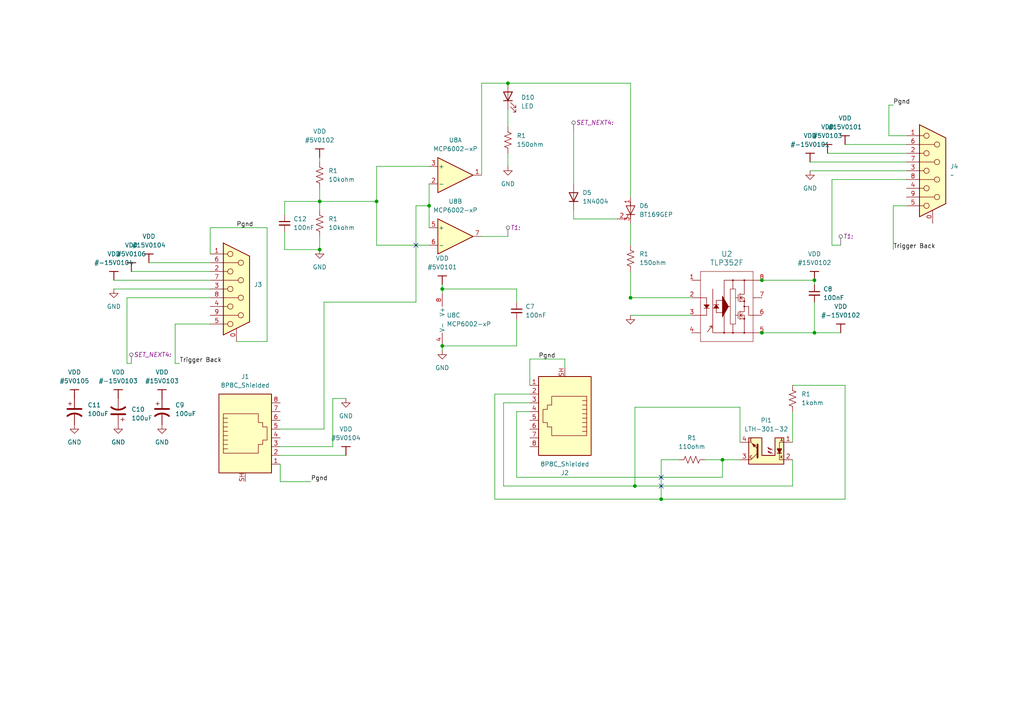
<source format=kicad_sch>
(kicad_sch (version 20230121) (generator eeschema)

  (uuid ffa00ec7-1a1d-4af7-895d-1127b8b88709)

  (paper "A4")

  (lib_symbols
    (symbol "Adafruit_0.56_7-Segment_QT-altium-import:VDD" (power) (in_bom yes) (on_board yes)
      (property "Reference" "#PWR" (at 0 0 0)
        (effects (font (size 1.27 1.27)))
      )
      (property "Value" "VDD" (at 0 3.81 0)
        (effects (font (size 1.27 1.27)))
      )
      (property "Footprint" "" (at 0 0 0)
        (effects (font (size 1.27 1.27)) hide)
      )
      (property "Datasheet" "" (at 0 0 0)
        (effects (font (size 1.27 1.27)) hide)
      )
      (property "ki_keywords" "power-flag" (at 0 0 0)
        (effects (font (size 1.27 1.27)) hide)
      )
      (property "ki_description" "Power symbol creates a global label with name 'VDD'" (at 0 0 0)
        (effects (font (size 1.27 1.27)) hide)
      )
      (symbol "VDD_0_0"
        (polyline
          (pts
            (xy -1.27 -2.54)
            (xy 1.27 -2.54)
          )
          (stroke (width 0.254) (type solid))
          (fill (type none))
        )
        (polyline
          (pts
            (xy 0 0)
            (xy 0 -2.54)
          )
          (stroke (width 0.254) (type solid))
          (fill (type none))
        )
        (pin power_in line (at 0 0 0) (length 0) hide
          (name "VDD" (effects (font (size 1.27 1.27))))
          (number "" (effects (font (size 1.27 1.27))))
        )
      )
    )
    (symbol "Amplifier_Operational:MCP6002-xP" (pin_names (offset 0.127)) (in_bom yes) (on_board yes)
      (property "Reference" "U" (at 0 5.08 0)
        (effects (font (size 1.27 1.27)) (justify left))
      )
      (property "Value" "MCP6002-xP" (at 0 -5.08 0)
        (effects (font (size 1.27 1.27)) (justify left))
      )
      (property "Footprint" "" (at 0 0 0)
        (effects (font (size 1.27 1.27)) hide)
      )
      (property "Datasheet" "http://ww1.microchip.com/downloads/en/DeviceDoc/21733j.pdf" (at 0 0 0)
        (effects (font (size 1.27 1.27)) hide)
      )
      (property "ki_locked" "" (at 0 0 0)
        (effects (font (size 1.27 1.27)))
      )
      (property "ki_keywords" "dual opamp" (at 0 0 0)
        (effects (font (size 1.27 1.27)) hide)
      )
      (property "ki_description" "1MHz, Low-Power Op Amp, DIP-8" (at 0 0 0)
        (effects (font (size 1.27 1.27)) hide)
      )
      (property "ki_fp_filters" "SOIC*3.9x4.9mm*P1.27mm* DIP*W7.62mm* TO*99* OnSemi*Micro8* TSSOP*3x3mm*P0.65mm* TSSOP*4.4x3mm*P0.65mm* MSOP*3x3mm*P0.65mm* SSOP*3.9x4.9mm*P0.635mm* LFCSP*2x2mm*P0.5mm* *SIP* SOIC*5.3x6.2mm*P1.27mm*" (at 0 0 0)
        (effects (font (size 1.27 1.27)) hide)
      )
      (symbol "MCP6002-xP_1_1"
        (polyline
          (pts
            (xy -5.08 5.08)
            (xy 5.08 0)
            (xy -5.08 -5.08)
            (xy -5.08 5.08)
          )
          (stroke (width 0.254) (type default))
          (fill (type background))
        )
        (pin output line (at 7.62 0 180) (length 2.54)
          (name "~" (effects (font (size 1.27 1.27))))
          (number "1" (effects (font (size 1.27 1.27))))
        )
        (pin input line (at -7.62 -2.54 0) (length 2.54)
          (name "-" (effects (font (size 1.27 1.27))))
          (number "2" (effects (font (size 1.27 1.27))))
        )
        (pin input line (at -7.62 2.54 0) (length 2.54)
          (name "+" (effects (font (size 1.27 1.27))))
          (number "3" (effects (font (size 1.27 1.27))))
        )
      )
      (symbol "MCP6002-xP_2_1"
        (polyline
          (pts
            (xy -5.08 5.08)
            (xy 5.08 0)
            (xy -5.08 -5.08)
            (xy -5.08 5.08)
          )
          (stroke (width 0.254) (type default))
          (fill (type background))
        )
        (pin input line (at -7.62 2.54 0) (length 2.54)
          (name "+" (effects (font (size 1.27 1.27))))
          (number "5" (effects (font (size 1.27 1.27))))
        )
        (pin input line (at -7.62 -2.54 0) (length 2.54)
          (name "-" (effects (font (size 1.27 1.27))))
          (number "6" (effects (font (size 1.27 1.27))))
        )
        (pin output line (at 7.62 0 180) (length 2.54)
          (name "~" (effects (font (size 1.27 1.27))))
          (number "7" (effects (font (size 1.27 1.27))))
        )
      )
      (symbol "MCP6002-xP_3_1"
        (pin power_in line (at -2.54 -7.62 90) (length 3.81)
          (name "V-" (effects (font (size 1.27 1.27))))
          (number "4" (effects (font (size 1.27 1.27))))
        )
        (pin power_in line (at -2.54 7.62 270) (length 3.81)
          (name "V+" (effects (font (size 1.27 1.27))))
          (number "8" (effects (font (size 1.27 1.27))))
        )
      )
    )
    (symbol "Connector:8P8C_Shielded" (pin_names (offset 1.016)) (in_bom yes) (on_board yes)
      (property "Reference" "J" (at -5.08 13.97 0)
        (effects (font (size 1.27 1.27)) (justify right))
      )
      (property "Value" "8P8C_Shielded" (at 2.54 13.97 0)
        (effects (font (size 1.27 1.27)) (justify left))
      )
      (property "Footprint" "" (at 0 0.635 90)
        (effects (font (size 1.27 1.27)) hide)
      )
      (property "Datasheet" "~" (at 0 0.635 90)
        (effects (font (size 1.27 1.27)) hide)
      )
      (property "ki_keywords" "8P8C RJ socket connector" (at 0 0 0)
        (effects (font (size 1.27 1.27)) hide)
      )
      (property "ki_description" "RJ connector, 8P8C (8 positions 8 connected), RJ31/RJ32/RJ33/RJ34/RJ35/RJ41/RJ45/RJ49/RJ61, Shielded" (at 0 0 0)
        (effects (font (size 1.27 1.27)) hide)
      )
      (property "ki_fp_filters" "8P8C* RJ31* RJ32* RJ33* RJ34* RJ35* RJ41* RJ45* RJ49* RJ61*" (at 0 0 0)
        (effects (font (size 1.27 1.27)) hide)
      )
      (symbol "8P8C_Shielded_0_1"
        (polyline
          (pts
            (xy -5.08 4.445)
            (xy -6.35 4.445)
          )
          (stroke (width 0) (type default))
          (fill (type none))
        )
        (polyline
          (pts
            (xy -5.08 5.715)
            (xy -6.35 5.715)
          )
          (stroke (width 0) (type default))
          (fill (type none))
        )
        (polyline
          (pts
            (xy -6.35 -3.175)
            (xy -5.08 -3.175)
            (xy -5.08 -3.175)
          )
          (stroke (width 0) (type default))
          (fill (type none))
        )
        (polyline
          (pts
            (xy -6.35 -1.905)
            (xy -5.08 -1.905)
            (xy -5.08 -1.905)
          )
          (stroke (width 0) (type default))
          (fill (type none))
        )
        (polyline
          (pts
            (xy -6.35 -0.635)
            (xy -5.08 -0.635)
            (xy -5.08 -0.635)
          )
          (stroke (width 0) (type default))
          (fill (type none))
        )
        (polyline
          (pts
            (xy -6.35 0.635)
            (xy -5.08 0.635)
            (xy -5.08 0.635)
          )
          (stroke (width 0) (type default))
          (fill (type none))
        )
        (polyline
          (pts
            (xy -6.35 1.905)
            (xy -5.08 1.905)
            (xy -5.08 1.905)
          )
          (stroke (width 0) (type default))
          (fill (type none))
        )
        (polyline
          (pts
            (xy -5.08 3.175)
            (xy -6.35 3.175)
            (xy -6.35 3.175)
          )
          (stroke (width 0) (type default))
          (fill (type none))
        )
        (polyline
          (pts
            (xy -6.35 -4.445)
            (xy -6.35 6.985)
            (xy 3.81 6.985)
            (xy 3.81 4.445)
            (xy 5.08 4.445)
            (xy 5.08 3.175)
            (xy 6.35 3.175)
            (xy 6.35 -0.635)
            (xy 5.08 -0.635)
            (xy 5.08 -1.905)
            (xy 3.81 -1.905)
            (xy 3.81 -4.445)
            (xy -6.35 -4.445)
            (xy -6.35 -4.445)
          )
          (stroke (width 0) (type default))
          (fill (type none))
        )
        (rectangle (start 7.62 12.7) (end -7.62 -10.16)
          (stroke (width 0.254) (type default))
          (fill (type background))
        )
      )
      (symbol "8P8C_Shielded_1_1"
        (pin passive line (at 10.16 -7.62 180) (length 2.54)
          (name "~" (effects (font (size 1.27 1.27))))
          (number "1" (effects (font (size 1.27 1.27))))
        )
        (pin passive line (at 10.16 -5.08 180) (length 2.54)
          (name "~" (effects (font (size 1.27 1.27))))
          (number "2" (effects (font (size 1.27 1.27))))
        )
        (pin passive line (at 10.16 -2.54 180) (length 2.54)
          (name "~" (effects (font (size 1.27 1.27))))
          (number "3" (effects (font (size 1.27 1.27))))
        )
        (pin passive line (at 10.16 0 180) (length 2.54)
          (name "~" (effects (font (size 1.27 1.27))))
          (number "4" (effects (font (size 1.27 1.27))))
        )
        (pin passive line (at 10.16 2.54 180) (length 2.54)
          (name "~" (effects (font (size 1.27 1.27))))
          (number "5" (effects (font (size 1.27 1.27))))
        )
        (pin passive line (at 10.16 5.08 180) (length 2.54)
          (name "~" (effects (font (size 1.27 1.27))))
          (number "6" (effects (font (size 1.27 1.27))))
        )
        (pin passive line (at 10.16 7.62 180) (length 2.54)
          (name "~" (effects (font (size 1.27 1.27))))
          (number "7" (effects (font (size 1.27 1.27))))
        )
        (pin passive line (at 10.16 10.16 180) (length 2.54)
          (name "~" (effects (font (size 1.27 1.27))))
          (number "8" (effects (font (size 1.27 1.27))))
        )
        (pin passive line (at 0 -12.7 90) (length 2.54)
          (name "~" (effects (font (size 1.27 1.27))))
          (number "SH" (effects (font (size 1.27 1.27))))
        )
      )
    )
    (symbol "Connector:DE9_Receptacle_MountingHoles" (pin_names (offset 1.016) hide) (in_bom yes) (on_board yes)
      (property "Reference" "J" (at 0 16.51 0)
        (effects (font (size 1.27 1.27)))
      )
      (property "Value" "DE9_Receptacle_MountingHoles" (at 0 14.605 0)
        (effects (font (size 1.27 1.27)))
      )
      (property "Footprint" "" (at 0 0 0)
        (effects (font (size 1.27 1.27)) hide)
      )
      (property "Datasheet" " ~" (at 0 0 0)
        (effects (font (size 1.27 1.27)) hide)
      )
      (property "ki_keywords" "connector receptacle female D-SUB DB9" (at 0 0 0)
        (effects (font (size 1.27 1.27)) hide)
      )
      (property "ki_description" "9-pin female receptacle socket D-SUB connector, Mounting Hole" (at 0 0 0)
        (effects (font (size 1.27 1.27)) hide)
      )
      (property "ki_fp_filters" "DSUB*Female*" (at 0 0 0)
        (effects (font (size 1.27 1.27)) hide)
      )
      (symbol "DE9_Receptacle_MountingHoles_0_1"
        (circle (center -1.778 -10.16) (radius 0.762)
          (stroke (width 0) (type default))
          (fill (type none))
        )
        (circle (center -1.778 -5.08) (radius 0.762)
          (stroke (width 0) (type default))
          (fill (type none))
        )
        (circle (center -1.778 0) (radius 0.762)
          (stroke (width 0) (type default))
          (fill (type none))
        )
        (circle (center -1.778 5.08) (radius 0.762)
          (stroke (width 0) (type default))
          (fill (type none))
        )
        (circle (center -1.778 10.16) (radius 0.762)
          (stroke (width 0) (type default))
          (fill (type none))
        )
        (polyline
          (pts
            (xy -3.81 -10.16)
            (xy -2.54 -10.16)
          )
          (stroke (width 0) (type default))
          (fill (type none))
        )
        (polyline
          (pts
            (xy -3.81 -7.62)
            (xy 0.508 -7.62)
          )
          (stroke (width 0) (type default))
          (fill (type none))
        )
        (polyline
          (pts
            (xy -3.81 -5.08)
            (xy -2.54 -5.08)
          )
          (stroke (width 0) (type default))
          (fill (type none))
        )
        (polyline
          (pts
            (xy -3.81 -2.54)
            (xy 0.508 -2.54)
          )
          (stroke (width 0) (type default))
          (fill (type none))
        )
        (polyline
          (pts
            (xy -3.81 0)
            (xy -2.54 0)
          )
          (stroke (width 0) (type default))
          (fill (type none))
        )
        (polyline
          (pts
            (xy -3.81 2.54)
            (xy 0.508 2.54)
          )
          (stroke (width 0) (type default))
          (fill (type none))
        )
        (polyline
          (pts
            (xy -3.81 5.08)
            (xy -2.54 5.08)
          )
          (stroke (width 0) (type default))
          (fill (type none))
        )
        (polyline
          (pts
            (xy -3.81 7.62)
            (xy 0.508 7.62)
          )
          (stroke (width 0) (type default))
          (fill (type none))
        )
        (polyline
          (pts
            (xy -3.81 10.16)
            (xy -2.54 10.16)
          )
          (stroke (width 0) (type default))
          (fill (type none))
        )
        (polyline
          (pts
            (xy -3.81 13.335)
            (xy -3.81 -13.335)
            (xy 3.81 -9.525)
            (xy 3.81 9.525)
            (xy -3.81 13.335)
          )
          (stroke (width 0.254) (type default))
          (fill (type background))
        )
        (circle (center 1.27 -7.62) (radius 0.762)
          (stroke (width 0) (type default))
          (fill (type none))
        )
        (circle (center 1.27 -2.54) (radius 0.762)
          (stroke (width 0) (type default))
          (fill (type none))
        )
        (circle (center 1.27 2.54) (radius 0.762)
          (stroke (width 0) (type default))
          (fill (type none))
        )
        (circle (center 1.27 7.62) (radius 0.762)
          (stroke (width 0) (type default))
          (fill (type none))
        )
      )
      (symbol "DE9_Receptacle_MountingHoles_1_1"
        (pin passive line (at 0 -15.24 90) (length 3.81)
          (name "PAD" (effects (font (size 1.27 1.27))))
          (number "0" (effects (font (size 1.27 1.27))))
        )
        (pin passive line (at -7.62 10.16 0) (length 3.81)
          (name "1" (effects (font (size 1.27 1.27))))
          (number "1" (effects (font (size 1.27 1.27))))
        )
        (pin passive line (at -7.62 5.08 0) (length 3.81)
          (name "2" (effects (font (size 1.27 1.27))))
          (number "2" (effects (font (size 1.27 1.27))))
        )
        (pin passive line (at -7.62 0 0) (length 3.81)
          (name "3" (effects (font (size 1.27 1.27))))
          (number "3" (effects (font (size 1.27 1.27))))
        )
        (pin passive line (at -7.62 -5.08 0) (length 3.81)
          (name "4" (effects (font (size 1.27 1.27))))
          (number "4" (effects (font (size 1.27 1.27))))
        )
        (pin passive line (at -7.62 -10.16 0) (length 3.81)
          (name "5" (effects (font (size 1.27 1.27))))
          (number "5" (effects (font (size 1.27 1.27))))
        )
        (pin passive line (at -7.62 7.62 0) (length 3.81)
          (name "6" (effects (font (size 1.27 1.27))))
          (number "6" (effects (font (size 1.27 1.27))))
        )
        (pin passive line (at -7.62 2.54 0) (length 3.81)
          (name "7" (effects (font (size 1.27 1.27))))
          (number "7" (effects (font (size 1.27 1.27))))
        )
        (pin passive line (at -7.62 -2.54 0) (length 3.81)
          (name "8" (effects (font (size 1.27 1.27))))
          (number "8" (effects (font (size 1.27 1.27))))
        )
        (pin passive line (at -7.62 -7.62 0) (length 3.81)
          (name "9" (effects (font (size 1.27 1.27))))
          (number "9" (effects (font (size 1.27 1.27))))
        )
      )
    )
    (symbol "Device:C_Polarized_US" (pin_numbers hide) (pin_names (offset 0.254) hide) (in_bom yes) (on_board yes)
      (property "Reference" "C" (at 0.635 2.54 0)
        (effects (font (size 1.27 1.27)) (justify left))
      )
      (property "Value" "C_Polarized_US" (at 0.635 -2.54 0)
        (effects (font (size 1.27 1.27)) (justify left))
      )
      (property "Footprint" "" (at 0 0 0)
        (effects (font (size 1.27 1.27)) hide)
      )
      (property "Datasheet" "~" (at 0 0 0)
        (effects (font (size 1.27 1.27)) hide)
      )
      (property "ki_keywords" "cap capacitor" (at 0 0 0)
        (effects (font (size 1.27 1.27)) hide)
      )
      (property "ki_description" "Polarized capacitor, US symbol" (at 0 0 0)
        (effects (font (size 1.27 1.27)) hide)
      )
      (property "ki_fp_filters" "CP_*" (at 0 0 0)
        (effects (font (size 1.27 1.27)) hide)
      )
      (symbol "C_Polarized_US_0_1"
        (polyline
          (pts
            (xy -2.032 0.762)
            (xy 2.032 0.762)
          )
          (stroke (width 0.508) (type default))
          (fill (type none))
        )
        (polyline
          (pts
            (xy -1.778 2.286)
            (xy -0.762 2.286)
          )
          (stroke (width 0) (type default))
          (fill (type none))
        )
        (polyline
          (pts
            (xy -1.27 1.778)
            (xy -1.27 2.794)
          )
          (stroke (width 0) (type default))
          (fill (type none))
        )
        (arc (start 2.032 -1.27) (mid 0 -0.5572) (end -2.032 -1.27)
          (stroke (width 0.508) (type default))
          (fill (type none))
        )
      )
      (symbol "C_Polarized_US_1_1"
        (pin passive line (at 0 3.81 270) (length 2.794)
          (name "~" (effects (font (size 1.27 1.27))))
          (number "1" (effects (font (size 1.27 1.27))))
        )
        (pin passive line (at 0 -3.81 90) (length 3.302)
          (name "~" (effects (font (size 1.27 1.27))))
          (number "2" (effects (font (size 1.27 1.27))))
        )
      )
    )
    (symbol "Device:C_Small" (pin_numbers hide) (pin_names (offset 0.254) hide) (in_bom yes) (on_board yes)
      (property "Reference" "C" (at 0.254 1.778 0)
        (effects (font (size 1.27 1.27)) (justify left))
      )
      (property "Value" "C_Small" (at 0.254 -2.032 0)
        (effects (font (size 1.27 1.27)) (justify left))
      )
      (property "Footprint" "" (at 0 0 0)
        (effects (font (size 1.27 1.27)) hide)
      )
      (property "Datasheet" "~" (at 0 0 0)
        (effects (font (size 1.27 1.27)) hide)
      )
      (property "ki_keywords" "capacitor cap" (at 0 0 0)
        (effects (font (size 1.27 1.27)) hide)
      )
      (property "ki_description" "Unpolarized capacitor, small symbol" (at 0 0 0)
        (effects (font (size 1.27 1.27)) hide)
      )
      (property "ki_fp_filters" "C_*" (at 0 0 0)
        (effects (font (size 1.27 1.27)) hide)
      )
      (symbol "C_Small_0_1"
        (polyline
          (pts
            (xy -1.524 -0.508)
            (xy 1.524 -0.508)
          )
          (stroke (width 0.3302) (type default))
          (fill (type none))
        )
        (polyline
          (pts
            (xy -1.524 0.508)
            (xy 1.524 0.508)
          )
          (stroke (width 0.3048) (type default))
          (fill (type none))
        )
      )
      (symbol "C_Small_1_1"
        (pin passive line (at 0 2.54 270) (length 2.032)
          (name "~" (effects (font (size 1.27 1.27))))
          (number "1" (effects (font (size 1.27 1.27))))
        )
        (pin passive line (at 0 -2.54 90) (length 2.032)
          (name "~" (effects (font (size 1.27 1.27))))
          (number "2" (effects (font (size 1.27 1.27))))
        )
      )
    )
    (symbol "Device:LED" (pin_numbers hide) (pin_names (offset 1.016) hide) (in_bom yes) (on_board yes)
      (property "Reference" "D" (at 0 2.54 0)
        (effects (font (size 1.27 1.27)))
      )
      (property "Value" "LED" (at 0 -2.54 0)
        (effects (font (size 1.27 1.27)))
      )
      (property "Footprint" "" (at 0 0 0)
        (effects (font (size 1.27 1.27)) hide)
      )
      (property "Datasheet" "~" (at 0 0 0)
        (effects (font (size 1.27 1.27)) hide)
      )
      (property "ki_keywords" "LED diode" (at 0 0 0)
        (effects (font (size 1.27 1.27)) hide)
      )
      (property "ki_description" "Light emitting diode" (at 0 0 0)
        (effects (font (size 1.27 1.27)) hide)
      )
      (property "ki_fp_filters" "LED* LED_SMD:* LED_THT:*" (at 0 0 0)
        (effects (font (size 1.27 1.27)) hide)
      )
      (symbol "LED_0_1"
        (polyline
          (pts
            (xy -1.27 -1.27)
            (xy -1.27 1.27)
          )
          (stroke (width 0.254) (type default))
          (fill (type none))
        )
        (polyline
          (pts
            (xy -1.27 0)
            (xy 1.27 0)
          )
          (stroke (width 0) (type default))
          (fill (type none))
        )
        (polyline
          (pts
            (xy 1.27 -1.27)
            (xy 1.27 1.27)
            (xy -1.27 0)
            (xy 1.27 -1.27)
          )
          (stroke (width 0.254) (type default))
          (fill (type none))
        )
        (polyline
          (pts
            (xy -3.048 -0.762)
            (xy -4.572 -2.286)
            (xy -3.81 -2.286)
            (xy -4.572 -2.286)
            (xy -4.572 -1.524)
          )
          (stroke (width 0) (type default))
          (fill (type none))
        )
        (polyline
          (pts
            (xy -1.778 -0.762)
            (xy -3.302 -2.286)
            (xy -2.54 -2.286)
            (xy -3.302 -2.286)
            (xy -3.302 -1.524)
          )
          (stroke (width 0) (type default))
          (fill (type none))
        )
      )
      (symbol "LED_1_1"
        (pin passive line (at -3.81 0 0) (length 2.54)
          (name "K" (effects (font (size 1.27 1.27))))
          (number "1" (effects (font (size 1.27 1.27))))
        )
        (pin passive line (at 3.81 0 180) (length 2.54)
          (name "A" (effects (font (size 1.27 1.27))))
          (number "2" (effects (font (size 1.27 1.27))))
        )
      )
    )
    (symbol "Device:Q_SCR_AGK" (pin_names (offset 0) hide) (in_bom yes) (on_board yes)
      (property "Reference" "D" (at 1.905 0.635 0)
        (effects (font (size 1.27 1.27)) (justify left))
      )
      (property "Value" "Q_SCR_AGK" (at 1.905 -1.27 0)
        (effects (font (size 1.27 1.27)) (justify left))
      )
      (property "Footprint" "" (at 0 0 90)
        (effects (font (size 1.27 1.27)) hide)
      )
      (property "Datasheet" "~" (at 0 0 90)
        (effects (font (size 1.27 1.27)) hide)
      )
      (property "ki_keywords" "SCR thyristor" (at 0 0 0)
        (effects (font (size 1.27 1.27)) hide)
      )
      (property "ki_description" "Silicon controlled rectifier, anode/gate/cathode" (at 0 0 0)
        (effects (font (size 1.27 1.27)) hide)
      )
      (symbol "Q_SCR_AGK_0_1"
        (polyline
          (pts
            (xy -1.27 -2.54)
            (xy -0.635 -1.27)
          )
          (stroke (width 0) (type default))
          (fill (type none))
        )
        (polyline
          (pts
            (xy -1.27 -1.27)
            (xy 1.27 -1.27)
          )
          (stroke (width 0.2032) (type default))
          (fill (type none))
        )
        (polyline
          (pts
            (xy 0 -2.54)
            (xy 0 2.54)
          )
          (stroke (width 0) (type default))
          (fill (type none))
        )
        (polyline
          (pts
            (xy -1.27 1.27)
            (xy 1.27 1.27)
            (xy 0 -1.27)
            (xy -1.27 1.27)
          )
          (stroke (width 0.2032) (type default))
          (fill (type none))
        )
      )
      (symbol "Q_SCR_AGK_1_1"
        (pin passive line (at 0 3.81 270) (length 2.54)
          (name "A" (effects (font (size 1.27 1.27))))
          (number "1" (effects (font (size 1.27 1.27))))
        )
        (pin input line (at -3.81 -2.54 0) (length 2.54)
          (name "G" (effects (font (size 1.27 1.27))))
          (number "2" (effects (font (size 1.27 1.27))))
        )
        (pin passive line (at 0 -3.81 90) (length 2.54)
          (name "K" (effects (font (size 1.27 1.27))))
          (number "3" (effects (font (size 1.27 1.27))))
        )
      )
    )
    (symbol "Device:R_US" (pin_numbers hide) (pin_names (offset 0)) (in_bom yes) (on_board yes)
      (property "Reference" "R" (at 2.54 0 90)
        (effects (font (size 1.27 1.27)))
      )
      (property "Value" "R_US" (at -2.54 0 90)
        (effects (font (size 1.27 1.27)))
      )
      (property "Footprint" "" (at 1.016 -0.254 90)
        (effects (font (size 1.27 1.27)) hide)
      )
      (property "Datasheet" "~" (at 0 0 0)
        (effects (font (size 1.27 1.27)) hide)
      )
      (property "ki_keywords" "R res resistor" (at 0 0 0)
        (effects (font (size 1.27 1.27)) hide)
      )
      (property "ki_description" "Resistor, US symbol" (at 0 0 0)
        (effects (font (size 1.27 1.27)) hide)
      )
      (property "ki_fp_filters" "R_*" (at 0 0 0)
        (effects (font (size 1.27 1.27)) hide)
      )
      (symbol "R_US_0_1"
        (polyline
          (pts
            (xy 0 -2.286)
            (xy 0 -2.54)
          )
          (stroke (width 0) (type default))
          (fill (type none))
        )
        (polyline
          (pts
            (xy 0 2.286)
            (xy 0 2.54)
          )
          (stroke (width 0) (type default))
          (fill (type none))
        )
        (polyline
          (pts
            (xy 0 -0.762)
            (xy 1.016 -1.143)
            (xy 0 -1.524)
            (xy -1.016 -1.905)
            (xy 0 -2.286)
          )
          (stroke (width 0) (type default))
          (fill (type none))
        )
        (polyline
          (pts
            (xy 0 0.762)
            (xy 1.016 0.381)
            (xy 0 0)
            (xy -1.016 -0.381)
            (xy 0 -0.762)
          )
          (stroke (width 0) (type default))
          (fill (type none))
        )
        (polyline
          (pts
            (xy 0 2.286)
            (xy 1.016 1.905)
            (xy 0 1.524)
            (xy -1.016 1.143)
            (xy 0 0.762)
          )
          (stroke (width 0) (type default))
          (fill (type none))
        )
      )
      (symbol "R_US_1_1"
        (pin passive line (at 0 3.81 270) (length 1.27)
          (name "~" (effects (font (size 1.27 1.27))))
          (number "1" (effects (font (size 1.27 1.27))))
        )
        (pin passive line (at 0 -3.81 90) (length 1.27)
          (name "~" (effects (font (size 1.27 1.27))))
          (number "2" (effects (font (size 1.27 1.27))))
        )
      )
    )
    (symbol "Diode:1N914" (pin_numbers hide) (pin_names hide) (in_bom yes) (on_board yes)
      (property "Reference" "D" (at 0 2.54 0)
        (effects (font (size 1.27 1.27)))
      )
      (property "Value" "1N914" (at 0 -2.54 0)
        (effects (font (size 1.27 1.27)))
      )
      (property "Footprint" "Diode_THT:D_DO-35_SOD27_P7.62mm_Horizontal" (at 0 -4.445 0)
        (effects (font (size 1.27 1.27)) hide)
      )
      (property "Datasheet" "http://www.vishay.com/docs/85622/1n914.pdf" (at 0 0 0)
        (effects (font (size 1.27 1.27)) hide)
      )
      (property "Sim.Device" "D" (at 0 0 0)
        (effects (font (size 1.27 1.27)) hide)
      )
      (property "Sim.Pins" "1=K 2=A" (at 0 0 0)
        (effects (font (size 1.27 1.27)) hide)
      )
      (property "ki_keywords" "diode" (at 0 0 0)
        (effects (font (size 1.27 1.27)) hide)
      )
      (property "ki_description" "100V 0.3A Small Signal Fast Switching Diode, DO-35" (at 0 0 0)
        (effects (font (size 1.27 1.27)) hide)
      )
      (property "ki_fp_filters" "D*DO?35*" (at 0 0 0)
        (effects (font (size 1.27 1.27)) hide)
      )
      (symbol "1N914_0_1"
        (polyline
          (pts
            (xy -1.27 1.27)
            (xy -1.27 -1.27)
          )
          (stroke (width 0.254) (type default))
          (fill (type none))
        )
        (polyline
          (pts
            (xy 1.27 0)
            (xy -1.27 0)
          )
          (stroke (width 0) (type default))
          (fill (type none))
        )
        (polyline
          (pts
            (xy 1.27 1.27)
            (xy 1.27 -1.27)
            (xy -1.27 0)
            (xy 1.27 1.27)
          )
          (stroke (width 0.254) (type default))
          (fill (type none))
        )
      )
      (symbol "1N914_1_1"
        (pin passive line (at -3.81 0 0) (length 2.54)
          (name "K" (effects (font (size 1.27 1.27))))
          (number "1" (effects (font (size 1.27 1.27))))
        )
        (pin passive line (at 3.81 0 180) (length 2.54)
          (name "A" (effects (font (size 1.27 1.27))))
          (number "2" (effects (font (size 1.27 1.27))))
        )
      )
    )
    (symbol "Sensor_Proximity:ITR9608-F" (in_bom yes) (on_board yes)
      (property "Reference" "U" (at -5.08 5.08 0)
        (effects (font (size 1.27 1.27)) (justify left))
      )
      (property "Value" "ITR9608-F" (at 0 -5.08 0)
        (effects (font (size 1.27 1.27)))
      )
      (property "Footprint" "OptoDevice:Everlight_ITR9608-F" (at 0 -6.35 0)
        (effects (font (size 1.27 1.27) italic) hide)
      )
      (property "Datasheet" "https://everlighteurope.com/index.php?controller=attachment&id_attachment=5389" (at -1.27 6.35 0)
        (effects (font (size 1.27 1.27)) hide)
      )
      (property "ki_keywords" "Photointerrupter opto interrupter infrared LED fast response time infrared 940nm 5mm gap" (at 0 0 0)
        (effects (font (size 1.27 1.27)) hide)
      )
      (property "ki_description" "Photointerrupter infrared LED with photo IC, -25 to +85 degree Celsius" (at 0 0 0)
        (effects (font (size 1.27 1.27)) hide)
      )
      (property "ki_fp_filters" "*ITR9608*" (at 0 0 0)
        (effects (font (size 1.27 1.27)) hide)
      )
      (symbol "ITR9608-F_0_0"
        (text "A" (at -4.445 3.175 0)
          (effects (font (size 0.762 0.762)))
        )
        (text "C" (at 4.445 -1.778 0)
          (effects (font (size 0.762 0.762)))
        )
        (text "E" (at 4.445 3.175 0)
          (effects (font (size 0.762 0.762)))
        )
        (text "K" (at -4.445 -1.778 0)
          (effects (font (size 0.762 0.762)))
        )
      )
      (symbol "ITR9608-F_0_1"
        (polyline
          (pts
            (xy -4.445 -0.635)
            (xy -3.175 -0.635)
          )
          (stroke (width 0.254) (type default))
          (fill (type none))
        )
        (polyline
          (pts
            (xy 2.54 -0.635)
            (xy 4.445 -2.54)
          )
          (stroke (width 0) (type default))
          (fill (type none))
        )
        (polyline
          (pts
            (xy 4.445 -2.54)
            (xy 5.08 -2.54)
          )
          (stroke (width 0) (type default))
          (fill (type none))
        )
        (polyline
          (pts
            (xy 4.445 2.54)
            (xy 2.54 0.635)
          )
          (stroke (width 0) (type default))
          (fill (type outline))
        )
        (polyline
          (pts
            (xy 4.445 2.54)
            (xy 5.08 2.54)
          )
          (stroke (width 0) (type default))
          (fill (type none))
        )
        (polyline
          (pts
            (xy -5.08 -2.54)
            (xy -3.81 -2.54)
            (xy -3.81 -0.635)
          )
          (stroke (width 0) (type default))
          (fill (type none))
        )
        (polyline
          (pts
            (xy -5.08 2.54)
            (xy -3.81 2.54)
            (xy -3.81 0.635)
          )
          (stroke (width 0) (type default))
          (fill (type none))
        )
        (polyline
          (pts
            (xy 2.54 -1.905)
            (xy 2.54 1.905)
            (xy 2.54 1.905)
          )
          (stroke (width 0.508) (type default))
          (fill (type none))
        )
        (polyline
          (pts
            (xy -3.81 -0.635)
            (xy -4.445 0.635)
            (xy -3.175 0.635)
            (xy -3.81 -0.635)
          )
          (stroke (width 0.254) (type default))
          (fill (type outline))
        )
        (polyline
          (pts
            (xy -1.778 0.254)
            (xy -1.2446 0.762)
            (xy -1.2446 0.254)
            (xy -0.4826 1.016)
          )
          (stroke (width 0) (type default))
          (fill (type none))
        )
        (polyline
          (pts
            (xy -0.4826 1.016)
            (xy -0.9906 0.762)
            (xy -0.7366 0.508)
            (xy -0.4826 1.016)
          )
          (stroke (width 0) (type default))
          (fill (type none))
        )
        (polyline
          (pts
            (xy 3.048 1.651)
            (xy 3.556 1.143)
            (xy 4.064 2.159)
            (xy 3.048 1.651)
            (xy 3.048 1.651)
          )
          (stroke (width 0) (type default))
          (fill (type outline))
        )
        (polyline
          (pts
            (xy -1.778 -0.762)
            (xy -1.2446 -0.254)
            (xy -1.2446 -0.762)
            (xy -0.4826 0)
            (xy -0.9906 -0.254)
            (xy -0.7366 -0.508)
            (xy -0.4826 0)
          )
          (stroke (width 0) (type default))
          (fill (type none))
        )
        (polyline
          (pts
            (xy -5.08 3.81)
            (xy -5.08 -3.81)
            (xy 5.08 -3.81)
            (xy 5.08 3.81)
            (xy 1.27 3.81)
            (xy 1.27 -1.27)
            (xy -2.54 -1.27)
            (xy -2.54 3.81)
            (xy -5.08 3.81)
          )
          (stroke (width 0.254) (type default))
          (fill (type background))
        )
      )
      (symbol "ITR9608-F_1_1"
        (pin passive line (at -7.62 2.54 0) (length 2.54)
          (name "~" (effects (font (size 1.27 1.27))))
          (number "1" (effects (font (size 1.27 1.27))))
        )
        (pin passive line (at -7.62 -2.54 0) (length 2.54)
          (name "~" (effects (font (size 1.27 1.27))))
          (number "2" (effects (font (size 1.27 1.27))))
        )
        (pin open_collector line (at 7.62 -2.54 180) (length 2.54)
          (name "~" (effects (font (size 1.27 1.27))))
          (number "3" (effects (font (size 1.27 1.27))))
        )
        (pin open_emitter line (at 7.62 2.54 180) (length 2.54)
          (name "~" (effects (font (size 1.27 1.27))))
          (number "4" (effects (font (size 1.27 1.27))))
        )
      )
    )
    (symbol "TLP532(F):TLP352F" (pin_names (offset 0.254)) (in_bom yes) (on_board yes)
      (property "Reference" "U3" (at 7.62 5.08 0)
        (effects (font (size 1.524 1.524)))
      )
      (property "Value" "TLP352F" (at 7.62 2.54 0)
        (effects (font (size 1.524 1.524)))
      )
      (property "Footprint" "DIP8_TOS" (at -2.54 5.08 0)
        (effects (font (size 1.27 1.27) italic) hide)
      )
      (property "Datasheet" "TLP352F" (at -2.54 2.54 0)
        (effects (font (size 1.27 1.27) italic) hide)
      )
      (property "ki_locked" "" (at 0 0 0)
        (effects (font (size 1.27 1.27)))
      )
      (property "ki_keywords" "TLP352(F)" (at 0 0 0)
        (effects (font (size 1.27 1.27)) hide)
      )
      (property "ki_fp_filters" "DIP8_TOS" (at 0 0 0)
        (effects (font (size 1.27 1.27)) hide)
      )
      (symbol "TLP352F_0_1"
        (polyline
          (pts
            (xy -2.54 -17.78)
            (xy 0 -17.78)
          )
          (stroke (width 0) (type default))
          (fill (type none))
        )
        (polyline
          (pts
            (xy -2.54 -12.7)
            (xy 0 -12.7)
          )
          (stroke (width 0) (type default))
          (fill (type none))
        )
        (polyline
          (pts
            (xy -2.54 -7.62)
            (xy 0 -7.62)
          )
          (stroke (width 0) (type default))
          (fill (type none))
        )
        (polyline
          (pts
            (xy -2.54 -2.54)
            (xy 0 -2.54)
          )
          (stroke (width 0) (type default))
          (fill (type none))
        )
        (polyline
          (pts
            (xy 0 -20.32)
            (xy 0 0)
          )
          (stroke (width 0.127) (type default))
          (fill (type none))
        )
        (polyline
          (pts
            (xy 0 0)
            (xy 15.24 0)
          )
          (stroke (width 0.127) (type default))
          (fill (type none))
        )
        (polyline
          (pts
            (xy 1.016 -10.668)
            (xy 2.54 -10.668)
          )
          (stroke (width 0) (type default))
          (fill (type none))
        )
        (polyline
          (pts
            (xy 1.778 -12.7)
            (xy 0 -12.7)
          )
          (stroke (width 0) (type default))
          (fill (type none))
        )
        (polyline
          (pts
            (xy 1.778 -12.7)
            (xy 1.778 -10.668)
          )
          (stroke (width 0) (type default))
          (fill (type none))
        )
        (polyline
          (pts
            (xy 1.778 -7.62)
            (xy 0 -7.62)
          )
          (stroke (width 0) (type default))
          (fill (type none))
        )
        (polyline
          (pts
            (xy 1.778 -7.62)
            (xy 1.778 -9.652)
          )
          (stroke (width 0) (type default))
          (fill (type none))
        )
        (polyline
          (pts
            (xy 2.54 -16.002)
            (xy 3.302 -15.748)
          )
          (stroke (width 0) (type default))
          (fill (type none))
        )
        (polyline
          (pts
            (xy 3.302 -16.51)
            (xy 3.302 -15.748)
          )
          (stroke (width 0) (type default))
          (fill (type none))
        )
        (polyline
          (pts
            (xy 3.302 -15.748)
            (xy 2.032 -17.526)
          )
          (stroke (width 0) (type default))
          (fill (type none))
        )
        (polyline
          (pts
            (xy 3.556 -17.78)
            (xy 15.24 -17.78)
          )
          (stroke (width 0) (type default))
          (fill (type none))
        )
        (polyline
          (pts
            (xy 3.556 -5.08)
            (xy 3.556 -17.78)
          )
          (stroke (width 0) (type default))
          (fill (type none))
        )
        (polyline
          (pts
            (xy 3.81 -9.652)
            (xy 5.334 -9.652)
          )
          (stroke (width 0) (type default))
          (fill (type none))
        )
        (polyline
          (pts
            (xy 4.572 -11.938)
            (xy 6.35 -11.938)
          )
          (stroke (width 0) (type default))
          (fill (type none))
        )
        (polyline
          (pts
            (xy 4.572 -10.668)
            (xy 4.572 -11.938)
          )
          (stroke (width 0) (type default))
          (fill (type none))
        )
        (polyline
          (pts
            (xy 4.572 -9.652)
            (xy 4.572 -8.382)
          )
          (stroke (width 0) (type default))
          (fill (type none))
        )
        (polyline
          (pts
            (xy 4.572 -8.382)
            (xy 6.35 -8.382)
          )
          (stroke (width 0) (type default))
          (fill (type none))
        )
        (polyline
          (pts
            (xy 6.858 -17.78)
            (xy 6.858 -12.192)
          )
          (stroke (width 0) (type default))
          (fill (type none))
        )
        (polyline
          (pts
            (xy 6.858 -2.54)
            (xy 6.858 -8.128)
          )
          (stroke (width 0) (type default))
          (fill (type none))
        )
        (polyline
          (pts
            (xy 6.858 -2.54)
            (xy 15.24 -2.54)
          )
          (stroke (width 0) (type default))
          (fill (type none))
        )
        (polyline
          (pts
            (xy 8.128 -10.16)
            (xy 8.636 -10.16)
          )
          (stroke (width 0) (type default))
          (fill (type none))
        )
        (polyline
          (pts
            (xy 8.636 -15.24)
            (xy 8.636 -5.08)
          )
          (stroke (width 0.127) (type default))
          (fill (type none))
        )
        (polyline
          (pts
            (xy 8.636 -5.08)
            (xy 10.16 -5.08)
          )
          (stroke (width 0.127) (type default))
          (fill (type none))
        )
        (polyline
          (pts
            (xy 9.398 -15.24)
            (xy 9.398 -17.78)
          )
          (stroke (width 0) (type default))
          (fill (type none))
        )
        (polyline
          (pts
            (xy 9.398 -5.08)
            (xy 9.398 -2.54)
          )
          (stroke (width 0) (type default))
          (fill (type none))
        )
        (polyline
          (pts
            (xy 10.16 -15.24)
            (xy 8.636 -15.24)
          )
          (stroke (width 0.127) (type default))
          (fill (type none))
        )
        (polyline
          (pts
            (xy 10.16 -12.7)
            (xy 10.922 -12.7)
          )
          (stroke (width 0) (type default))
          (fill (type none))
        )
        (polyline
          (pts
            (xy 10.16 -7.62)
            (xy 10.922 -7.62)
          )
          (stroke (width 0) (type default))
          (fill (type none))
        )
        (polyline
          (pts
            (xy 10.16 -5.08)
            (xy 10.16 -15.24)
          )
          (stroke (width 0.127) (type default))
          (fill (type none))
        )
        (polyline
          (pts
            (xy 10.922 -11.684)
            (xy 10.922 -13.716)
          )
          (stroke (width 0) (type default))
          (fill (type none))
        )
        (polyline
          (pts
            (xy 10.922 -6.604)
            (xy 10.922 -8.636)
          )
          (stroke (width 0) (type default))
          (fill (type none))
        )
        (polyline
          (pts
            (xy 11.43 -13.716)
            (xy 12.7 -13.716)
          )
          (stroke (width 0) (type default))
          (fill (type none))
        )
        (polyline
          (pts
            (xy 11.43 -12.7)
            (xy 12.192 -13.208)
          )
          (stroke (width 0) (type default))
          (fill (type none))
        )
        (polyline
          (pts
            (xy 11.43 -12.7)
            (xy 12.192 -12.192)
          )
          (stroke (width 0) (type default))
          (fill (type none))
        )
        (polyline
          (pts
            (xy 11.43 -12.7)
            (xy 12.7 -12.7)
          )
          (stroke (width 0) (type default))
          (fill (type none))
        )
        (polyline
          (pts
            (xy 11.43 -11.684)
            (xy 12.7 -11.684)
          )
          (stroke (width 0) (type default))
          (fill (type none))
        )
        (polyline
          (pts
            (xy 11.43 -11.43)
            (xy 11.43 -13.97)
          )
          (stroke (width 0) (type default))
          (fill (type none))
        )
        (polyline
          (pts
            (xy 11.43 -8.636)
            (xy 12.7 -8.636)
          )
          (stroke (width 0) (type default))
          (fill (type none))
        )
        (polyline
          (pts
            (xy 11.43 -7.62)
            (xy 12.192 -8.128)
          )
          (stroke (width 0) (type default))
          (fill (type none))
        )
        (polyline
          (pts
            (xy 11.43 -7.62)
            (xy 12.192 -7.112)
          )
          (stroke (width 0) (type default))
          (fill (type none))
        )
        (polyline
          (pts
            (xy 11.43 -7.62)
            (xy 12.7 -7.62)
          )
          (stroke (width 0) (type default))
          (fill (type none))
        )
        (polyline
          (pts
            (xy 11.43 -6.604)
            (xy 12.7 -6.604)
          )
          (stroke (width 0) (type default))
          (fill (type none))
        )
        (polyline
          (pts
            (xy 11.43 -6.35)
            (xy 11.43 -8.89)
          )
          (stroke (width 0) (type default))
          (fill (type none))
        )
        (polyline
          (pts
            (xy 12.7 -12.7)
            (xy 12.7 -17.78)
          )
          (stroke (width 0) (type default))
          (fill (type none))
        )
        (polyline
          (pts
            (xy 12.7 -10.16)
            (xy 13.97 -10.16)
          )
          (stroke (width 0) (type default))
          (fill (type none))
        )
        (polyline
          (pts
            (xy 12.7 -7.62)
            (xy 12.7 -11.684)
          )
          (stroke (width 0) (type default))
          (fill (type none))
        )
        (polyline
          (pts
            (xy 12.7 -6.604)
            (xy 12.7 -2.54)
          )
          (stroke (width 0) (type default))
          (fill (type none))
        )
        (polyline
          (pts
            (xy 13.97 -12.7)
            (xy 15.24 -12.7)
          )
          (stroke (width 0) (type default))
          (fill (type none))
        )
        (polyline
          (pts
            (xy 13.97 -10.16)
            (xy 13.97 -12.7)
          )
          (stroke (width 0) (type default))
          (fill (type none))
        )
        (polyline
          (pts
            (xy 15.24 -20.32)
            (xy 0 -20.32)
          )
          (stroke (width 0.127) (type default))
          (fill (type none))
        )
        (polyline
          (pts
            (xy 15.24 0)
            (xy 15.24 -20.32)
          )
          (stroke (width 0.127) (type default))
          (fill (type none))
        )
        (polyline
          (pts
            (xy 17.78 -17.78)
            (xy 15.24 -17.78)
          )
          (stroke (width 0) (type default))
          (fill (type none))
        )
        (polyline
          (pts
            (xy 17.78 -12.7)
            (xy 15.24 -12.7)
          )
          (stroke (width 0) (type default))
          (fill (type none))
        )
        (polyline
          (pts
            (xy 17.78 -7.62)
            (xy 15.24 -7.62)
          )
          (stroke (width 0) (type default))
          (fill (type none))
        )
        (polyline
          (pts
            (xy 17.78 -2.54)
            (xy 15.24 -2.54)
          )
          (stroke (width 0) (type default))
          (fill (type none))
        )
        (polyline
          (pts
            (xy 1.016 -9.652)
            (xy 1.016 -9.652)
            (xy 2.54 -9.652)
            (xy 1.778 -10.668)
            (xy 1.016 -9.652)
          )
          (stroke (width 0) (type default))
          (fill (type outline))
        )
        (polyline
          (pts
            (xy 3.81 -10.668)
            (xy 3.81 -10.668)
            (xy 5.334 -10.668)
            (xy 4.572 -9.652)
            (xy 3.81 -10.668)
          )
          (stroke (width 0) (type default))
          (fill (type outline))
        )
        (polyline
          (pts
            (xy 6.35 -7.112)
            (xy 6.35 -7.112)
            (xy 6.35 -13.208)
            (xy 8.128 -10.16)
            (xy 6.35 -7.112)
          )
          (stroke (width 0) (type default))
          (fill (type outline))
        )
        (circle (center 6.858 -17.78) (radius 0.127)
          (stroke (width 0.254) (type default))
          (fill (type none))
        )
        (circle (center 9.398 -17.78) (radius 0.127)
          (stroke (width 0.254) (type default))
          (fill (type none))
        )
        (circle (center 9.398 -2.54) (radius 0.127)
          (stroke (width 0.254) (type default))
          (fill (type none))
        )
        (circle (center 12.7 -17.78) (radius 0.127)
          (stroke (width 0.254) (type default))
          (fill (type none))
        )
        (circle (center 12.7 -13.716) (radius 0.127)
          (stroke (width 0.254) (type default))
          (fill (type none))
        )
        (circle (center 12.7 -10.16) (radius 0.127)
          (stroke (width 0.254) (type default))
          (fill (type none))
        )
        (circle (center 12.7 -8.636) (radius 0.127)
          (stroke (width 0.254) (type default))
          (fill (type none))
        )
        (circle (center 12.7 -2.54) (radius 0.127)
          (stroke (width 0.254) (type default))
          (fill (type none))
        )
      )
      (symbol "TLP352F_1_1"
        (pin bidirectional line (at -2.5146 -2.54 180) (length 0.0254)
          (name "" (effects (font (size 1.27 1.27))))
          (number "1" (effects (font (size 1.27 1.27))))
        )
        (pin input line (at -2.5146 -7.62 180) (length 0.0254)
          (name "" (effects (font (size 1.27 1.27))))
          (number "2" (effects (font (size 1.27 1.27))))
        )
        (pin output line (at -2.5146 -12.7 180) (length 0.0254)
          (name "" (effects (font (size 1.27 1.27))))
          (number "3" (effects (font (size 1.27 1.27))))
        )
        (pin bidirectional line (at -2.5146 -17.78 180) (length 0.0254)
          (name "" (effects (font (size 1.27 1.27))))
          (number "4" (effects (font (size 1.27 1.27))))
        )
        (pin input line (at 17.8054 -17.78 180) (length 0.0254)
          (name "" (effects (font (size 1.27 1.27))))
          (number "5" (effects (font (size 1.27 1.27))))
        )
        (pin output line (at 17.8054 -12.7 180) (length 0.0254)
          (name "" (effects (font (size 1.27 1.27))))
          (number "6" (effects (font (size 1.27 1.27))))
        )
        (pin bidirectional line (at 17.8054 -7.62 180) (length 0.0254)
          (name "" (effects (font (size 1.27 1.27))))
          (number "7" (effects (font (size 1.27 1.27))))
        )
        (pin input line (at 17.8054 -2.54 180) (length 0.0254)
          (name "" (effects (font (size 1.27 1.27))))
          (number "8" (effects (font (size 1.27 1.27))))
        )
      )
    )
    (symbol "power:GND" (power) (pin_names (offset 0)) (in_bom yes) (on_board yes)
      (property "Reference" "#PWR" (at 0 -6.35 0)
        (effects (font (size 1.27 1.27)) hide)
      )
      (property "Value" "GND" (at 0 -3.81 0)
        (effects (font (size 1.27 1.27)))
      )
      (property "Footprint" "" (at 0 0 0)
        (effects (font (size 1.27 1.27)) hide)
      )
      (property "Datasheet" "" (at 0 0 0)
        (effects (font (size 1.27 1.27)) hide)
      )
      (property "ki_keywords" "global power" (at 0 0 0)
        (effects (font (size 1.27 1.27)) hide)
      )
      (property "ki_description" "Power symbol creates a global label with name \"GND\" , ground" (at 0 0 0)
        (effects (font (size 1.27 1.27)) hide)
      )
      (symbol "GND_0_1"
        (polyline
          (pts
            (xy 0 0)
            (xy 0 -1.27)
            (xy 1.27 -1.27)
            (xy 0 -2.54)
            (xy -1.27 -1.27)
            (xy 0 -1.27)
          )
          (stroke (width 0) (type default))
          (fill (type none))
        )
      )
      (symbol "GND_1_1"
        (pin power_in line (at 0 0 270) (length 0) hide
          (name "GND" (effects (font (size 1.27 1.27))))
          (number "1" (effects (font (size 1.27 1.27))))
        )
      )
    )
  )

  (junction (at 182.88 86.36) (diameter 0) (color 0 0 0 0)
    (uuid 0906464e-c0d5-4688-b99c-bafbe03d13fc)
  )
  (junction (at 184.15 140.97) (diameter 0) (color 0 0 0 0)
    (uuid 09c09fcc-6d33-4cc8-aab5-4e1f1dda45cc)
  )
  (junction (at 128.27 83.82) (diameter 0) (color 0 0 0 0)
    (uuid 1bad8caa-3857-4479-af86-95642113dddf)
  )
  (junction (at 236.22 81.28) (diameter 0) (color 0 0 0 0)
    (uuid 22d76b0d-04ae-4c40-b5df-4879bad206e1)
  )
  (junction (at 220.98 96.52) (diameter 0) (color 0 0 0 0)
    (uuid 22dfecb8-3b9f-4c00-bf88-c504d21723b9)
  )
  (junction (at 92.71 72.39) (diameter 0) (color 0 0 0 0)
    (uuid 27ab4b5b-7103-4e93-86ec-c454517087b3)
  )
  (junction (at 128.27 100.33) (diameter 0) (color 0 0 0 0)
    (uuid 4dce97f5-9a69-47d4-b06e-3987cf2062ee)
  )
  (junction (at 92.71 58.42) (diameter 0) (color 0 0 0 0)
    (uuid 4df0e7e0-5601-491d-be2d-46df1bf29292)
  )
  (junction (at 220.98 81.28) (diameter 0) (color 0 0 0 0)
    (uuid 58c3670e-b5a1-438c-a633-8f3d917258d2)
  )
  (junction (at 191.77 144.78) (diameter 0) (color 0 0 0 0)
    (uuid 67897e69-a8da-4bae-a444-cdd6ad9f0f4c)
  )
  (junction (at 147.32 24.13) (diameter 0) (color 0 0 0 0)
    (uuid 68e13f80-c670-4bb5-89e9-d4d9d25cb9a3)
  )
  (junction (at 109.22 58.42) (diameter 0) (color 0 0 0 0)
    (uuid 6c191fa7-5b69-447a-9284-456146161c9f)
  )
  (junction (at 124.46 59.69) (diameter 0) (color 0 0 0 0)
    (uuid bb77ea1f-af18-411f-8d7e-7ed0583b7283)
  )
  (junction (at 236.22 96.52) (diameter 0) (color 0 0 0 0)
    (uuid c37b8b90-2fd9-411c-a021-ca169744a73d)
  )
  (junction (at 209.55 133.35) (diameter 0) (color 0 0 0 0)
    (uuid e712f4a5-eb92-4ff4-b986-009679d21fa7)
  )

  (no_connect (at 120.65 71.12) (uuid 1275c862-cd31-48df-9c2a-2b71398ed213))
  (no_connect (at 191.77 138.43) (uuid 663398c4-37b4-4ef3-93ac-054a30a3cde9))
  (no_connect (at 191.77 140.97) (uuid ec8adb01-48ea-4537-8e74-2217791c9eff))

  (wire (pts (xy 209.55 138.43) (xy 209.55 133.35))
    (stroke (width 0) (type default))
    (uuid 08d57187-5e86-4251-b0eb-80f7598a666c)
  )
  (wire (pts (xy 143.51 144.78) (xy 191.77 144.78))
    (stroke (width 0) (type default))
    (uuid 08d6fd2c-690e-485a-a9a8-713aa5064e55)
  )
  (wire (pts (xy 82.55 67.31) (xy 82.55 72.39))
    (stroke (width 0) (type default))
    (uuid 0c0b49fa-e489-4bc5-ba08-a08267736288)
  )
  (wire (pts (xy 36.83 105.41) (xy 38.1 105.41))
    (stroke (width 0) (type default))
    (uuid 10f53a64-a19f-417a-bf5f-8a20db45b661)
  )
  (wire (pts (xy 81.28 129.54) (xy 96.52 129.54))
    (stroke (width 0) (type default))
    (uuid 15021b4d-edfc-48c5-8fcd-fa7dd823d068)
  )
  (wire (pts (xy 220.9546 96.52) (xy 220.98 96.52))
    (stroke (width 0) (type default))
    (uuid 23573de9-7363-4e98-9e0a-4a00305f8520)
  )
  (wire (pts (xy 182.88 86.36) (xy 200.6346 86.36))
    (stroke (width 0) (type default))
    (uuid 24a26e3f-a7a1-444d-be70-cfb10abac9d0)
  )
  (wire (pts (xy 92.71 72.39) (xy 92.71 68.58))
    (stroke (width 0) (type default))
    (uuid 25dda1ff-5d8b-4eb7-9e64-84f21b98f528)
  )
  (wire (pts (xy 146.05 140.97) (xy 184.15 140.97))
    (stroke (width 0) (type default))
    (uuid 2624851f-87fc-496b-8cd3-8b704903909a)
  )
  (wire (pts (xy 236.22 87.63) (xy 236.22 96.52))
    (stroke (width 0) (type default))
    (uuid 2751371c-a543-4910-a122-82dc19bafb76)
  )
  (wire (pts (xy 220.98 81.28) (xy 228.5746 81.28))
    (stroke (width 0) (type default))
    (uuid 2c16cd97-6bfd-4738-b46b-6c99b7fe16bd)
  )
  (wire (pts (xy 124.46 59.69) (xy 124.46 66.04))
    (stroke (width 0) (type default))
    (uuid 2c6aacfe-5923-4dfb-af9a-5654e88c0ada)
  )
  (wire (pts (xy 82.55 58.42) (xy 82.55 62.23))
    (stroke (width 0) (type default))
    (uuid 2c87b946-514c-4166-b6fa-a3062af9eed3)
  )
  (wire (pts (xy 236.22 96.52) (xy 243.84 96.52))
    (stroke (width 0) (type default))
    (uuid 2cde3f09-1c8d-41bd-97f4-60dd832abb2a)
  )
  (wire (pts (xy 163.83 104.14) (xy 163.83 106.68))
    (stroke (width 0) (type default))
    (uuid 2d242058-d797-444b-8a31-2c8d6966965b)
  )
  (wire (pts (xy 50.8 93.98) (xy 50.8 105.41))
    (stroke (width 0) (type default))
    (uuid 2d95793b-c129-4f2a-9faf-3d536a0bb404)
  )
  (wire (pts (xy 92.71 54.61) (xy 92.71 58.42))
    (stroke (width 0) (type default))
    (uuid 32d523b4-d294-432e-9adb-ddc7d593bee4)
  )
  (wire (pts (xy 146.05 116.84) (xy 146.05 140.97))
    (stroke (width 0) (type default))
    (uuid 34f55ed9-3a55-482a-8eda-1440c67d1d1d)
  )
  (wire (pts (xy 82.55 58.42) (xy 92.71 58.42))
    (stroke (width 0) (type default))
    (uuid 3da54378-0e52-48ee-9d13-b9995a98535d)
  )
  (wire (pts (xy 109.22 48.26) (xy 124.46 48.26))
    (stroke (width 0) (type default))
    (uuid 3e100250-aec0-4ac9-864b-af08498e4c4a)
  )
  (wire (pts (xy 153.67 111.76) (xy 153.67 104.14))
    (stroke (width 0) (type default))
    (uuid 3ed6a5ab-4a46-4d55-bb34-6b688a1c5644)
  )
  (wire (pts (xy 96.52 129.54) (xy 96.52 115.57))
    (stroke (width 0) (type default))
    (uuid 3f4ef654-12eb-4a57-971e-7c65cec28c72)
  )
  (wire (pts (xy 259.08 59.69) (xy 262.89 59.69))
    (stroke (width 0) (type default))
    (uuid 400af531-4757-4995-9e41-53591d049638)
  )
  (wire (pts (xy 60.96 66.04) (xy 77.47 66.04))
    (stroke (width 0) (type default))
    (uuid 4232d37e-d34b-48f8-b601-0e137890b1b5)
  )
  (wire (pts (xy 109.22 58.42) (xy 109.22 48.26))
    (stroke (width 0) (type default))
    (uuid 431d16d9-9b33-4f5b-be60-d715b8b32623)
  )
  (wire (pts (xy 204.47 133.35) (xy 209.55 133.35))
    (stroke (width 0) (type default))
    (uuid 453b0d3b-e09c-4b69-b3d8-f3d14d131c06)
  )
  (wire (pts (xy 128.27 85.09) (xy 128.27 83.82))
    (stroke (width 0) (type default))
    (uuid 4ab074e1-1e9d-40fe-87da-668328bc48a8)
  )
  (wire (pts (xy 149.86 92.71) (xy 149.86 100.33))
    (stroke (width 0) (type default))
    (uuid 4f6b0e92-6349-4173-9ce4-9998073335ff)
  )
  (wire (pts (xy 149.86 100.33) (xy 128.27 100.33))
    (stroke (width 0) (type default))
    (uuid 53f44d62-932d-45fe-83b8-9bda56aefd0b)
  )
  (wire (pts (xy 81.28 124.46) (xy 93.98 124.46))
    (stroke (width 0) (type default))
    (uuid 5a5b0e53-4d80-4aab-9c8f-bb916b2345c7)
  )
  (wire (pts (xy 139.7 50.8) (xy 139.7 24.13))
    (stroke (width 0) (type default))
    (uuid 5af07b76-6151-41b8-9278-69e38f68c91b)
  )
  (wire (pts (xy 92.71 58.42) (xy 109.22 58.42))
    (stroke (width 0) (type default))
    (uuid 5b87d20f-923f-4c6c-9e6e-7c2f652cf021)
  )
  (wire (pts (xy 184.15 140.97) (xy 229.87 140.97))
    (stroke (width 0) (type default))
    (uuid 61f4053a-c7ad-43b2-b86d-ec10e5218b15)
  )
  (wire (pts (xy 43.18 76.2) (xy 60.96 76.2))
    (stroke (width 0) (type default))
    (uuid 62d329bc-cede-49db-9b3e-476171b1a367)
  )
  (wire (pts (xy 147.32 31.75) (xy 147.32 36.83))
    (stroke (width 0) (type default))
    (uuid 639edf41-fda0-4e78-b510-ef8d8787d888)
  )
  (wire (pts (xy 241.3 71.12) (xy 243.84 71.12))
    (stroke (width 0) (type default))
    (uuid 6413e7e1-05b8-430b-b585-9189f449bd66)
  )
  (wire (pts (xy 184.15 118.11) (xy 184.15 140.97))
    (stroke (width 0) (type default))
    (uuid 6a8db869-5f7c-441e-8fff-533e8f1e27a0)
  )
  (wire (pts (xy 81.28 139.7) (xy 90.17 139.7))
    (stroke (width 0) (type default))
    (uuid 6da0fa3c-752a-466a-8ef5-5de731ab1218)
  )
  (wire (pts (xy 92.71 45.72) (xy 92.71 46.99))
    (stroke (width 0) (type default))
    (uuid 6e00f945-63a1-4fd0-afb8-463603fe8639)
  )
  (wire (pts (xy 220.98 96.52) (xy 236.22 96.52))
    (stroke (width 0) (type default))
    (uuid 6edfd235-8f83-4b02-b775-af4a63fc9b72)
  )
  (wire (pts (xy 182.8546 91.44) (xy 200.6346 91.44))
    (stroke (width 0) (type default))
    (uuid 6f69f149-b39e-496b-a31c-aa9c0d38dead)
  )
  (wire (pts (xy 139.7 24.13) (xy 147.32 24.13))
    (stroke (width 0) (type default))
    (uuid 729045a0-aee0-4db3-b897-9d56824adecf)
  )
  (wire (pts (xy 182.88 71.12) (xy 182.88 64.77))
    (stroke (width 0) (type default))
    (uuid 72d8ed15-a6f2-4eb9-98d3-b9236e07b92f)
  )
  (wire (pts (xy 149.86 138.43) (xy 209.55 138.43))
    (stroke (width 0) (type default))
    (uuid 7a7e9da6-6291-4383-a699-a1f35ac72f7b)
  )
  (wire (pts (xy 36.83 86.36) (xy 36.83 105.41))
    (stroke (width 0) (type default))
    (uuid 7e10edd4-14aa-40a9-8f6a-dd2ee2eac0d4)
  )
  (wire (pts (xy 214.63 118.11) (xy 184.15 118.11))
    (stroke (width 0) (type default))
    (uuid 7ef73ac8-5b94-4ac3-a373-579227182dae)
  )
  (wire (pts (xy 240.03 44.45) (xy 262.89 44.45))
    (stroke (width 0) (type default))
    (uuid 7f7e0d7a-cc08-47fe-bfcf-efefc4a258c8)
  )
  (wire (pts (xy 245.11 41.91) (xy 262.89 41.91))
    (stroke (width 0) (type default))
    (uuid 80ff729e-71fd-4c69-8923-9f032264404c)
  )
  (wire (pts (xy 166.37 60.96) (xy 166.37 63.5))
    (stroke (width 0) (type default))
    (uuid 82dc06e8-6be4-4ff5-964c-03c2fa2ad4e9)
  )
  (wire (pts (xy 229.87 111.76) (xy 245.11 111.76))
    (stroke (width 0) (type default))
    (uuid 8323696f-e849-4c2e-b443-5d769637242b)
  )
  (wire (pts (xy 77.47 99.06) (xy 68.58 99.06))
    (stroke (width 0) (type default))
    (uuid 8a2be811-9994-4858-8681-38bf9bfa5750)
  )
  (wire (pts (xy 124.46 71.12) (xy 109.22 71.12))
    (stroke (width 0) (type default))
    (uuid 8ade6475-741b-4e56-949a-23bc9da95113)
  )
  (wire (pts (xy 257.81 30.48) (xy 259.08 30.48))
    (stroke (width 0) (type default))
    (uuid 8b3453c4-5987-4fcb-9b76-13ed5e663773)
  )
  (wire (pts (xy 182.88 78.74) (xy 182.88 86.36))
    (stroke (width 0) (type default))
    (uuid 8b921593-f454-4957-a340-112af748b691)
  )
  (wire (pts (xy 147.32 68.58) (xy 139.7 68.58))
    (stroke (width 0) (type default))
    (uuid 8cd98319-f73d-4300-b193-af25d95f16a9)
  )
  (wire (pts (xy 147.32 44.45) (xy 147.32 48.26))
    (stroke (width 0) (type default))
    (uuid 928b0319-1070-45a0-b7cc-22be6b83eb60)
  )
  (wire (pts (xy 257.81 39.37) (xy 257.81 30.48))
    (stroke (width 0) (type default))
    (uuid 92ae23c4-8ac1-43d6-8fdf-c39a594d477e)
  )
  (wire (pts (xy 38.1 78.74) (xy 60.96 78.74))
    (stroke (width 0) (type default))
    (uuid 95206e29-1eff-438a-8369-83cf8ab1e40c)
  )
  (wire (pts (xy 93.98 87.63) (xy 120.65 87.63))
    (stroke (width 0) (type default))
    (uuid 95bc833d-8102-47e0-81d4-5a1d7ccf91c2)
  )
  (wire (pts (xy 147.32 24.13) (xy 182.88 24.13))
    (stroke (width 0) (type default))
    (uuid 97ebe28e-6886-4156-b179-940a1fd2cfb4)
  )
  (wire (pts (xy 77.47 66.04) (xy 77.47 99.06))
    (stroke (width 0) (type default))
    (uuid 9832ce59-7a79-4b7a-b100-554a5368e655)
  )
  (wire (pts (xy 153.67 104.14) (xy 163.83 104.14))
    (stroke (width 0) (type default))
    (uuid 9bfcbea0-447d-46aa-a3ed-871a9ab59e7c)
  )
  (wire (pts (xy 33.02 81.28) (xy 60.96 81.28))
    (stroke (width 0) (type default))
    (uuid 9d4c3b72-24f7-4bc7-8018-41e0317a0728)
  )
  (wire (pts (xy 209.55 133.35) (xy 214.63 133.35))
    (stroke (width 0) (type default))
    (uuid 9edcb793-4bf7-4380-888c-75311c795648)
  )
  (wire (pts (xy 182.88 24.13) (xy 182.88 57.15))
    (stroke (width 0) (type default))
    (uuid a31f84b3-a42d-4679-a856-de537d606fe0)
  )
  (wire (pts (xy 262.89 39.37) (xy 257.81 39.37))
    (stroke (width 0) (type default))
    (uuid a6415948-274c-4d80-8f4d-60e3229c2f96)
  )
  (wire (pts (xy 120.65 59.69) (xy 124.46 59.69))
    (stroke (width 0) (type default))
    (uuid a672d922-69e3-4b13-a80a-096a80980439)
  )
  (wire (pts (xy 153.67 119.38) (xy 149.86 119.38))
    (stroke (width 0) (type default))
    (uuid a98ecc78-1d12-4ccd-82e3-4d1b70888fbf)
  )
  (wire (pts (xy 191.77 144.78) (xy 245.11 144.78))
    (stroke (width 0) (type default))
    (uuid a9fe503a-128c-4c99-a571-07bce00eb708)
  )
  (wire (pts (xy 236.22 81.28) (xy 236.22 82.55))
    (stroke (width 0) (type default))
    (uuid ad045a0c-370e-444a-a7d3-e816fbc61a6e)
  )
  (wire (pts (xy 166.37 53.34) (xy 166.37 38.1))
    (stroke (width 0) (type default))
    (uuid ade3ed19-0dae-41f4-a85c-85f83820481b)
  )
  (wire (pts (xy 60.96 86.36) (xy 36.83 86.36))
    (stroke (width 0) (type default))
    (uuid b504e556-70c3-4ffd-90a3-fa908d4d29fb)
  )
  (wire (pts (xy 191.77 133.35) (xy 191.77 144.78))
    (stroke (width 0) (type default))
    (uuid b6c2db6d-5db2-49bb-9112-fb7e083965de)
  )
  (wire (pts (xy 128.27 83.82) (xy 149.86 83.82))
    (stroke (width 0) (type default))
    (uuid b722d036-4a00-4d8f-b8f4-789645a98b0e)
  )
  (wire (pts (xy 82.55 72.39) (xy 92.71 72.39))
    (stroke (width 0) (type default))
    (uuid b8da28c8-6416-47fc-881b-a04ade237bf5)
  )
  (wire (pts (xy 229.87 133.35) (xy 229.87 140.97))
    (stroke (width 0) (type default))
    (uuid b9ddfa67-f50c-4c10-87af-9b463c79903c)
  )
  (wire (pts (xy 92.71 60.96) (xy 92.71 58.42))
    (stroke (width 0) (type default))
    (uuid bd0148ef-e1ee-4824-880a-171f513aff70)
  )
  (wire (pts (xy 120.65 87.63) (xy 120.65 59.69))
    (stroke (width 0) (type default))
    (uuid be57b5f5-3519-417d-b463-900b615455dd)
  )
  (wire (pts (xy 179.07 63.5) (xy 166.37 63.5))
    (stroke (width 0) (type default))
    (uuid c16352ba-8279-4f41-a3f8-697062127800)
  )
  (wire (pts (xy 143.51 114.3) (xy 153.67 114.3))
    (stroke (width 0) (type default))
    (uuid c19bbd78-406e-47af-a208-2c98140d0fae)
  )
  (wire (pts (xy 81.28 132.08) (xy 100.33 132.08))
    (stroke (width 0) (type default))
    (uuid c32e9d6d-9a24-4770-aae6-984920b841f6)
  )
  (wire (pts (xy 143.51 144.78) (xy 143.51 114.3))
    (stroke (width 0) (type default))
    (uuid c3b10279-8a7b-4c4e-8137-2be9cbcf44d4)
  )
  (wire (pts (xy 234.95 49.53) (xy 262.89 49.53))
    (stroke (width 0) (type default))
    (uuid ccc066ba-637f-40cd-8ba6-07e1d15ae709)
  )
  (wire (pts (xy 214.63 128.27) (xy 214.63 118.11))
    (stroke (width 0) (type default))
    (uuid d2635dd5-feee-4c9e-9813-3521d18fe7af)
  )
  (wire (pts (xy 124.46 53.34) (xy 124.46 59.69))
    (stroke (width 0) (type default))
    (uuid d4281c0b-6d13-418a-801c-4691fac3a719)
  )
  (wire (pts (xy 149.86 87.63) (xy 149.86 83.82))
    (stroke (width 0) (type default))
    (uuid d9a1b011-f3e7-4613-9a16-0c89c6f8fef9)
  )
  (wire (pts (xy 236.22 81.28) (xy 228.6 81.28))
    (stroke (width 0) (type default))
    (uuid d9e7d3ca-caa0-4e60-811b-86f989b3fa56)
  )
  (wire (pts (xy 149.86 119.38) (xy 149.86 138.43))
    (stroke (width 0) (type default))
    (uuid dac6c492-2c8a-485d-bf0a-6c4f2e809eb1)
  )
  (wire (pts (xy 33.02 83.82) (xy 60.96 83.82))
    (stroke (width 0) (type default))
    (uuid db66209f-329f-4451-a67f-79b2c8afefc3)
  )
  (wire (pts (xy 153.67 116.84) (xy 146.05 116.84))
    (stroke (width 0) (type default))
    (uuid dec3989c-d6f3-43f5-a05e-ef092b259465)
  )
  (wire (pts (xy 234.95 46.99) (xy 262.89 46.99))
    (stroke (width 0) (type default))
    (uuid df168fae-13bd-4e30-816e-6e28f2119d10)
  )
  (wire (pts (xy 128.27 83.82) (xy 128.27 82.55))
    (stroke (width 0) (type default))
    (uuid e2db92e2-9cca-4614-8f44-ad006dbca5a9)
  )
  (wire (pts (xy 96.52 115.57) (xy 100.33 115.57))
    (stroke (width 0) (type default))
    (uuid e5ece166-9187-4c86-a387-b90e6f696733)
  )
  (wire (pts (xy 220.9546 91.44) (xy 220.98 91.44))
    (stroke (width 0) (type default))
    (uuid e7827a65-9883-4fd5-937d-78119fbc4fc7)
  )
  (wire (pts (xy 60.96 73.66) (xy 60.96 66.04))
    (stroke (width 0) (type default))
    (uuid e7cb131e-7580-4379-b3d2-b9725f5e56ba)
  )
  (wire (pts (xy 81.28 134.62) (xy 81.28 139.7))
    (stroke (width 0) (type default))
    (uuid e8418b56-0872-4966-ad71-cfbd9abdb900)
  )
  (wire (pts (xy 128.27 101.6) (xy 128.27 100.33))
    (stroke (width 0) (type default))
    (uuid e8777d82-ac01-4c95-9500-31a63e7afa41)
  )
  (wire (pts (xy 50.8 105.41) (xy 52.07 105.41))
    (stroke (width 0) (type default))
    (uuid edb7930f-5328-49d1-9419-72f40a1700ad)
  )
  (wire (pts (xy 262.89 52.07) (xy 241.3 52.07))
    (stroke (width 0) (type default))
    (uuid ee5b9783-8c27-47a3-9eb2-bf75cd68be16)
  )
  (wire (pts (xy 245.11 111.76) (xy 245.11 144.78))
    (stroke (width 0) (type default))
    (uuid ef3d56ac-f675-456a-8bf0-ff1b36c5deeb)
  )
  (wire (pts (xy 196.85 133.35) (xy 191.77 133.35))
    (stroke (width 0) (type default))
    (uuid f1331511-9e16-4a3b-8b80-60c35bfb1e45)
  )
  (wire (pts (xy 109.22 71.12) (xy 109.22 58.42))
    (stroke (width 0) (type default))
    (uuid f22c82cb-547d-446d-9815-b77546187b69)
  )
  (wire (pts (xy 93.98 124.46) (xy 93.98 87.63))
    (stroke (width 0) (type default))
    (uuid f3f404bc-661c-4ced-a9d4-316564b3e212)
  )
  (wire (pts (xy 50.8 93.98) (xy 60.96 93.98))
    (stroke (width 0) (type default))
    (uuid f49e81aa-74a5-4ee3-838c-c15ec292df88)
  )
  (wire (pts (xy 220.9546 81.28) (xy 220.98 81.28))
    (stroke (width 0) (type default))
    (uuid f6a01142-ced9-46b6-ade5-6ff88705565b)
  )
  (wire (pts (xy 229.87 119.38) (xy 229.87 128.27))
    (stroke (width 0) (type default))
    (uuid f86ea36b-658d-4e78-becf-b2fdc8822be3)
  )
  (wire (pts (xy 259.08 59.69) (xy 259.08 72.39))
    (stroke (width 0) (type default))
    (uuid f9e58365-8f9b-44b0-ade7-29ee30f0cbc8)
  )
  (wire (pts (xy 241.3 52.07) (xy 241.3 71.12))
    (stroke (width 0) (type default))
    (uuid fb462e11-73a8-47a0-b595-6ddb2db42146)
  )
  (wire (pts (xy 182.8546 86.36) (xy 182.88 86.36))
    (stroke (width 0) (type default))
    (uuid fd73c759-4be0-4bc6-a0cb-41b2a47f938c)
  )

  (label "Pgnd" (at 90.17 139.7 0) (fields_autoplaced)
    (effects (font (size 1.27 1.27)) (justify left bottom))
    (uuid 2ca909d2-48d2-455c-bb29-3caf648ed093)
  )
  (label "Trigger Back" (at 52.07 105.41 0) (fields_autoplaced)
    (effects (font (size 1.27 1.27)) (justify left bottom))
    (uuid 5794e248-6115-4d6e-b05e-84dda45f2bf3)
  )
  (label "Pgnd" (at 259.08 30.48 0) (fields_autoplaced)
    (effects (font (size 1.27 1.27)) (justify left bottom))
    (uuid 598b8110-c09e-4d23-a7ec-19fd3950b4ce)
  )
  (label "Trigger Back" (at 259.08 72.39 0) (fields_autoplaced)
    (effects (font (size 1.27 1.27)) (justify left bottom))
    (uuid 658587fd-709f-4193-8c80-d669a1df9281)
  )
  (label "Pgnd" (at 156.21 104.14 0) (fields_autoplaced)
    (effects (font (size 1.27 1.27)) (justify left bottom))
    (uuid c2f4e699-7e6f-441b-a3eb-daf87b8e591e)
  )
  (label "Pgnd" (at 68.58 66.04 0) (fields_autoplaced)
    (effects (font (size 1.27 1.27)) (justify left bottom))
    (uuid f1ad4569-0caf-4c02-b0fb-2f2427df57a6)
  )

  (netclass_flag "" (length 2.54) (shape round) (at 243.84 71.12 0) (fields_autoplaced)
    (effects (font (size 1.27 1.27)) (justify left bottom))
    (uuid 0b3d1a22-8855-4c65-a914-2978042dd1a4)
    (property "T1" "" (at 244.5385 68.58 0) (show_name)
      (effects (font (size 1.27 1.27) italic) (justify left))
    )
  )
  (netclass_flag "" (length 2.54) (shape round) (at 166.37 38.1 0) (fields_autoplaced)
    (effects (font (size 1.27 1.27)) (justify left bottom))
    (uuid 38368600-1963-407a-9a2c-a75388c28f65)
    (property "SET_NEXT4" "" (at 167.0685 35.56 0) (show_name)
      (effects (font (size 1.27 1.27) italic) (justify left))
    )
  )
  (netclass_flag "" (length 2.54) (shape round) (at 147.32 68.58 0) (fields_autoplaced)
    (effects (font (size 1.27 1.27)) (justify left bottom))
    (uuid 44103fe2-4fd1-4846-b73a-23634d051515)
    (property "T1" "" (at 148.0185 66.04 0) (show_name)
      (effects (font (size 1.27 1.27) italic) (justify left))
    )
  )
  (netclass_flag "" (length 2.54) (shape round) (at 38.1 105.41 0) (fields_autoplaced)
    (effects (font (size 1.27 1.27)) (justify left bottom))
    (uuid f2ebfadb-d5c5-4878-99b6-c4b4d7911c66)
    (property "SET_NEXT4" "" (at 38.7985 102.87 0) (show_name)
      (effects (font (size 1.27 1.27) italic) (justify left))
    )
  )

  (symbol (lib_id "Adafruit_0.56_7-Segment_QT-altium-import:VDD") (at 234.95 46.99 180) (unit 1)
    (in_bom yes) (on_board yes) (dnp no)
    (uuid 03a97000-2d9e-45c1-837f-51b02bd2a8ee)
    (property "Reference" "-15V" (at 234.95 41.91 0)
      (effects (font (size 1.27 1.27)))
    )
    (property "Value" "VDD" (at 234.95 39.37 0)
      (effects (font (size 1.27 1.27)))
    )
    (property "Footprint" "" (at 234.95 46.99 0)
      (effects (font (size 1.27 1.27)) hide)
    )
    (property "Datasheet" "" (at 234.95 46.99 0)
      (effects (font (size 1.27 1.27)) hide)
    )
    (pin "" (uuid d90aba91-91f0-4111-afb9-9b4009abffee))
    (instances
      (project "Capstone_2"
        (path "/e9cb22ac-4e28-4b8f-97fc-409e162ca450/e3d28d3a-ce85-4349-ac04-4d9b166663dd"
          (reference "-15V") (unit 1)
        )
        (path "/e9cb22ac-4e28-4b8f-97fc-409e162ca450/4f6f3eb3-c0af-4d44-9179-cebadaf30056"
          (reference "-15V03") (unit 1)
        )
        (path "/e9cb22ac-4e28-4b8f-97fc-409e162ca450/22016343-477f-4051-ba1a-690078235c6a"
          (reference "-15V") (unit 1)
        )
        (path "/e9cb22ac-4e28-4b8f-97fc-409e162ca450/c9ad8f60-833e-4a98-b330-5172399e926d"
          (reference "-15V") (unit 1)
        )
        (path "/e9cb22ac-4e28-4b8f-97fc-409e162ca450/e1ff183d-e048-4245-84ab-f0156d898d1b"
          (reference "-15V") (unit 1)
        )
      )
    )
  )

  (symbol (lib_id "Device:C_Small") (at 149.86 90.17 0) (unit 1)
    (in_bom yes) (on_board yes) (dnp no) (fields_autoplaced)
    (uuid 0799fbff-6985-4868-aa08-4cb938ff1b66)
    (property "Reference" "C7" (at 152.4 88.9063 0)
      (effects (font (size 1.27 1.27)) (justify left))
    )
    (property "Value" "100nF" (at 152.4 91.4463 0)
      (effects (font (size 1.27 1.27)) (justify left))
    )
    (property "Footprint" "" (at 149.86 90.17 0)
      (effects (font (size 1.27 1.27)) hide)
    )
    (property "Datasheet" "~" (at 149.86 90.17 0)
      (effects (font (size 1.27 1.27)) hide)
    )
    (pin "2" (uuid 53d70548-73f2-4474-b71d-e6a862a465b8))
    (pin "1" (uuid 9c0206f0-0970-414f-bbc5-e6c128851aa8))
    (instances
      (project "Capstone_2"
        (path "/e9cb22ac-4e28-4b8f-97fc-409e162ca450/e3d28d3a-ce85-4349-ac04-4d9b166663dd"
          (reference "C7") (unit 1)
        )
        (path "/e9cb22ac-4e28-4b8f-97fc-409e162ca450/4f6f3eb3-c0af-4d44-9179-cebadaf30056"
          (reference "C17") (unit 1)
        )
        (path "/e9cb22ac-4e28-4b8f-97fc-409e162ca450/22016343-477f-4051-ba1a-690078235c6a"
          (reference "C23") (unit 1)
        )
        (path "/e9cb22ac-4e28-4b8f-97fc-409e162ca450/c9ad8f60-833e-4a98-b330-5172399e926d"
          (reference "C29") (unit 1)
        )
        (path "/e9cb22ac-4e28-4b8f-97fc-409e162ca450/e1ff183d-e048-4245-84ab-f0156d898d1b"
          (reference "C35") (unit 1)
        )
      )
    )
  )

  (symbol (lib_id "Adafruit_0.56_7-Segment_QT-altium-import:VDD") (at 243.84 96.52 180) (unit 1)
    (in_bom yes) (on_board yes) (dnp no)
    (uuid 081ee12f-34ca-4271-b37c-f3a6d6ffe4e3)
    (property "Reference" "-15V" (at 243.84 91.44 0)
      (effects (font (size 1.27 1.27)))
    )
    (property "Value" "VDD" (at 243.84 88.9 0)
      (effects (font (size 1.27 1.27)))
    )
    (property "Footprint" "" (at 243.84 96.52 0)
      (effects (font (size 1.27 1.27)) hide)
    )
    (property "Datasheet" "" (at 243.84 96.52 0)
      (effects (font (size 1.27 1.27)) hide)
    )
    (pin "" (uuid 94f0af61-07d1-4a23-b521-24650d20b306))
    (instances
      (project "Capstone_2"
        (path "/e9cb22ac-4e28-4b8f-97fc-409e162ca450/e3d28d3a-ce85-4349-ac04-4d9b166663dd"
          (reference "-15V") (unit 1)
        )
        (path "/e9cb22ac-4e28-4b8f-97fc-409e162ca450/4f6f3eb3-c0af-4d44-9179-cebadaf30056"
          (reference "-15V04") (unit 1)
        )
        (path "/e9cb22ac-4e28-4b8f-97fc-409e162ca450/22016343-477f-4051-ba1a-690078235c6a"
          (reference "-15V") (unit 1)
        )
        (path "/e9cb22ac-4e28-4b8f-97fc-409e162ca450/c9ad8f60-833e-4a98-b330-5172399e926d"
          (reference "-15V") (unit 1)
        )
        (path "/e9cb22ac-4e28-4b8f-97fc-409e162ca450/e1ff183d-e048-4245-84ab-f0156d898d1b"
          (reference "-15V") (unit 1)
        )
      )
    )
  )

  (symbol (lib_id "Amplifier_Operational:MCP6002-xP") (at 132.08 68.58 0) (unit 2)
    (in_bom yes) (on_board yes) (dnp no) (fields_autoplaced)
    (uuid 0dad4534-1711-4f9c-8342-7fd0fb746765)
    (property "Reference" "U8" (at 132.08 58.42 0)
      (effects (font (size 1.27 1.27)))
    )
    (property "Value" "MCP6002-xP" (at 132.08 60.96 0)
      (effects (font (size 1.27 1.27)))
    )
    (property "Footprint" "" (at 132.08 68.58 0)
      (effects (font (size 1.27 1.27)) hide)
    )
    (property "Datasheet" "http://ww1.microchip.com/downloads/en/DeviceDoc/21733j.pdf" (at 132.08 68.58 0)
      (effects (font (size 1.27 1.27)) hide)
    )
    (pin "4" (uuid 2042059a-0ee8-449c-8de1-2a1821cd3ec1))
    (pin "8" (uuid 8d2b95fd-9d9c-44d2-b8f1-ef4c2dcfdefd))
    (pin "5" (uuid 5ffc52f1-1e5b-4583-becb-67d569bf242e))
    (pin "1" (uuid 28268d04-ac3d-47ea-a92e-8ba5f5ce3fbe))
    (pin "2" (uuid 9d74590e-1b49-490d-b34f-b709f146c0b4))
    (pin "6" (uuid a18d2569-24a7-4488-a715-f7d1d5c221ed))
    (pin "7" (uuid fc6924c6-a26e-420e-b18a-5799e582ccc2))
    (pin "3" (uuid f27b12e7-a3e2-4a12-9d20-5df279240e94))
    (instances
      (project "Capstone_2"
        (path "/e9cb22ac-4e28-4b8f-97fc-409e162ca450/e3d28d3a-ce85-4349-ac04-4d9b166663dd"
          (reference "U8") (unit 2)
        )
        (path "/e9cb22ac-4e28-4b8f-97fc-409e162ca450/4f6f3eb3-c0af-4d44-9179-cebadaf30056"
          (reference "U6") (unit 2)
        )
        (path "/e9cb22ac-4e28-4b8f-97fc-409e162ca450/22016343-477f-4051-ba1a-690078235c6a"
          (reference "U9") (unit 2)
        )
        (path "/e9cb22ac-4e28-4b8f-97fc-409e162ca450/c9ad8f60-833e-4a98-b330-5172399e926d"
          (reference "U11") (unit 2)
        )
        (path "/e9cb22ac-4e28-4b8f-97fc-409e162ca450/e1ff183d-e048-4245-84ab-f0156d898d1b"
          (reference "U13") (unit 2)
        )
      )
    )
  )

  (symbol (lib_id "power:GND") (at 46.99 123.19 0) (unit 1)
    (in_bom yes) (on_board yes) (dnp no)
    (uuid 0ee13228-fd31-4459-b804-bbc70baf4d7b)
    (property "Reference" "#PWR011" (at 46.99 129.54 0)
      (effects (font (size 1.27 1.27)) hide)
    )
    (property "Value" "GND" (at 46.99 128.27 0)
      (effects (font (size 1.27 1.27)))
    )
    (property "Footprint" "" (at 46.99 123.19 0)
      (effects (font (size 1.27 1.27)) hide)
    )
    (property "Datasheet" "" (at 46.99 123.19 0)
      (effects (font (size 1.27 1.27)) hide)
    )
    (pin "1" (uuid 9b0481ad-cf55-4d84-9072-a98a5c8a2b69))
    (instances
      (project "Schem1"
        (path "/911b5eb8-7b6c-425b-b090-765c473021df/89303584-90b3-4284-9cfe-6f4b21b3b21a"
          (reference "#PWR011") (unit 1)
        )
      )
      (project "Capstone_2"
        (path "/e9cb22ac-4e28-4b8f-97fc-409e162ca450/e3d28d3a-ce85-4349-ac04-4d9b166663dd"
          (reference "#PWR013") (unit 1)
        )
        (path "/e9cb22ac-4e28-4b8f-97fc-409e162ca450/4f6f3eb3-c0af-4d44-9179-cebadaf30056"
          (reference "#PWR021") (unit 1)
        )
        (path "/e9cb22ac-4e28-4b8f-97fc-409e162ca450/22016343-477f-4051-ba1a-690078235c6a"
          (reference "#PWR032") (unit 1)
        )
        (path "/e9cb22ac-4e28-4b8f-97fc-409e162ca450/c9ad8f60-833e-4a98-b330-5172399e926d"
          (reference "#PWR042") (unit 1)
        )
        (path "/e9cb22ac-4e28-4b8f-97fc-409e162ca450/e1ff183d-e048-4245-84ab-f0156d898d1b"
          (reference "#PWR052") (unit 1)
        )
      )
    )
  )

  (symbol (lib_id "power:GND") (at 92.71 72.39 0) (unit 1)
    (in_bom yes) (on_board yes) (dnp no)
    (uuid 11be21d3-4b58-44c3-ace6-87f7c8aee240)
    (property "Reference" "#PWR011" (at 92.71 78.74 0)
      (effects (font (size 1.27 1.27)) hide)
    )
    (property "Value" "GND" (at 92.71 77.47 0)
      (effects (font (size 1.27 1.27)))
    )
    (property "Footprint" "" (at 92.71 72.39 0)
      (effects (font (size 1.27 1.27)) hide)
    )
    (property "Datasheet" "" (at 92.71 72.39 0)
      (effects (font (size 1.27 1.27)) hide)
    )
    (pin "1" (uuid c586adf4-d4c8-4e83-b37d-1cfc13b4237d))
    (instances
      (project "Schem1"
        (path "/911b5eb8-7b6c-425b-b090-765c473021df/89303584-90b3-4284-9cfe-6f4b21b3b21a"
          (reference "#PWR011") (unit 1)
        )
      )
      (project "Capstone_2"
        (path "/e9cb22ac-4e28-4b8f-97fc-409e162ca450/e3d28d3a-ce85-4349-ac04-4d9b166663dd"
          (reference "#PWR015") (unit 1)
        )
        (path "/e9cb22ac-4e28-4b8f-97fc-409e162ca450/4f6f3eb3-c0af-4d44-9179-cebadaf30056"
          (reference "#PWR022") (unit 1)
        )
        (path "/e9cb22ac-4e28-4b8f-97fc-409e162ca450/22016343-477f-4051-ba1a-690078235c6a"
          (reference "#PWR033") (unit 1)
        )
        (path "/e9cb22ac-4e28-4b8f-97fc-409e162ca450/c9ad8f60-833e-4a98-b330-5172399e926d"
          (reference "#PWR043") (unit 1)
        )
        (path "/e9cb22ac-4e28-4b8f-97fc-409e162ca450/e1ff183d-e048-4245-84ab-f0156d898d1b"
          (reference "#PWR053") (unit 1)
        )
      )
    )
  )

  (symbol (lib_id "Adafruit_0.56_7-Segment_QT-altium-import:VDD") (at 34.29 115.57 180) (unit 1)
    (in_bom yes) (on_board yes) (dnp no)
    (uuid 1572ea5e-e60d-4ae5-a62a-d31eb045f70a)
    (property "Reference" "-15V" (at 34.29 110.49 0)
      (effects (font (size 1.27 1.27)))
    )
    (property "Value" "VDD" (at 34.29 107.95 0)
      (effects (font (size 1.27 1.27)))
    )
    (property "Footprint" "" (at 34.29 115.57 0)
      (effects (font (size 1.27 1.27)) hide)
    )
    (property "Datasheet" "" (at 34.29 115.57 0)
      (effects (font (size 1.27 1.27)) hide)
    )
    (pin "" (uuid 69221405-31af-4be6-9ecb-2274d90f4f45))
    (instances
      (project "Capstone_2"
        (path "/e9cb22ac-4e28-4b8f-97fc-409e162ca450/e3d28d3a-ce85-4349-ac04-4d9b166663dd"
          (reference "-15V") (unit 1)
        )
        (path "/e9cb22ac-4e28-4b8f-97fc-409e162ca450/4f6f3eb3-c0af-4d44-9179-cebadaf30056"
          (reference "-15V") (unit 1)
        )
        (path "/e9cb22ac-4e28-4b8f-97fc-409e162ca450/22016343-477f-4051-ba1a-690078235c6a"
          (reference "-15V") (unit 1)
        )
        (path "/e9cb22ac-4e28-4b8f-97fc-409e162ca450/c9ad8f60-833e-4a98-b330-5172399e926d"
          (reference "-15V") (unit 1)
        )
        (path "/e9cb22ac-4e28-4b8f-97fc-409e162ca450/e1ff183d-e048-4245-84ab-f0156d898d1b"
          (reference "-15V") (unit 1)
        )
      )
    )
  )

  (symbol (lib_id "Adafruit_0.56_7-Segment_QT-altium-import:VDD") (at 100.33 132.08 180) (unit 1)
    (in_bom yes) (on_board yes) (dnp no)
    (uuid 197383a0-29b2-4b91-a84a-619ad5c36717)
    (property "Reference" "5V" (at 100.33 127 0) (do_not_autoplace)
      (effects (font (size 1.27 1.27)))
    )
    (property "Value" "VDD" (at 100.33 124.46 0)
      (effects (font (size 1.27 1.27)))
    )
    (property "Footprint" "" (at 100.33 132.08 0)
      (effects (font (size 1.27 1.27)) hide)
    )
    (property "Datasheet" "" (at 100.33 132.08 0)
      (effects (font (size 1.27 1.27)) hide)
    )
    (pin "" (uuid 5506f7d0-1ae3-4363-a94a-aa586f0291d6))
    (instances
      (project "Capstone_2"
        (path "/e9cb22ac-4e28-4b8f-97fc-409e162ca450/e3d28d3a-ce85-4349-ac04-4d9b166663dd"
          (reference "5V") (unit 1)
        )
        (path "/e9cb22ac-4e28-4b8f-97fc-409e162ca450/4f6f3eb3-c0af-4d44-9179-cebadaf30056"
          (reference "5V") (unit 1)
        )
        (path "/e9cb22ac-4e28-4b8f-97fc-409e162ca450/22016343-477f-4051-ba1a-690078235c6a"
          (reference "5V") (unit 1)
        )
        (path "/e9cb22ac-4e28-4b8f-97fc-409e162ca450/c9ad8f60-833e-4a98-b330-5172399e926d"
          (reference "5V") (unit 1)
        )
        (path "/e9cb22ac-4e28-4b8f-97fc-409e162ca450/e1ff183d-e048-4245-84ab-f0156d898d1b"
          (reference "5V04") (unit 1)
        )
      )
    )
  )

  (symbol (lib_id "Device:R_US") (at 147.32 40.64 0) (unit 1)
    (in_bom yes) (on_board yes) (dnp no) (fields_autoplaced)
    (uuid 29a022c1-0350-44ff-a5ea-d4ad8dbe60e6)
    (property "Reference" "R1" (at 149.86 39.37 0)
      (effects (font (size 1.27 1.27)) (justify left))
    )
    (property "Value" "150ohm" (at 149.86 41.91 0)
      (effects (font (size 1.27 1.27)) (justify left))
    )
    (property "Footprint" "" (at 148.336 40.894 90)
      (effects (font (size 1.27 1.27)) hide)
    )
    (property "Datasheet" "~" (at 147.32 40.64 0)
      (effects (font (size 1.27 1.27)) hide)
    )
    (pin "2" (uuid 158ecdb1-891b-4c97-abc1-42d7fc1a3d1a))
    (pin "1" (uuid 2983e94c-4709-45fa-86e1-44845d893962))
    (instances
      (project "Schem1"
        (path "/911b5eb8-7b6c-425b-b090-765c473021df"
          (reference "R1") (unit 1)
        )
        (path "/911b5eb8-7b6c-425b-b090-765c473021df/4ec6c229-484a-4928-bf95-00b0ddfd3ffb"
          (reference "R3") (unit 1)
        )
      )
      (project "Capstone_2"
        (path "/e9cb22ac-4e28-4b8f-97fc-409e162ca450/e5487361-2451-41b1-a622-e0a0f0c1d9d1"
          (reference "R3") (unit 1)
        )
        (path "/e9cb22ac-4e28-4b8f-97fc-409e162ca450/e3d28d3a-ce85-4349-ac04-4d9b166663dd"
          (reference "R16") (unit 1)
        )
        (path "/e9cb22ac-4e28-4b8f-97fc-409e162ca450/4f6f3eb3-c0af-4d44-9179-cebadaf30056"
          (reference "R17") (unit 1)
        )
        (path "/e9cb22ac-4e28-4b8f-97fc-409e162ca450/22016343-477f-4051-ba1a-690078235c6a"
          (reference "R20") (unit 1)
        )
        (path "/e9cb22ac-4e28-4b8f-97fc-409e162ca450/c9ad8f60-833e-4a98-b330-5172399e926d"
          (reference "R26") (unit 1)
        )
        (path "/e9cb22ac-4e28-4b8f-97fc-409e162ca450/e1ff183d-e048-4245-84ab-f0156d898d1b"
          (reference "R32") (unit 1)
        )
      )
    )
  )

  (symbol (lib_id "Connector:DE9_Receptacle_MountingHoles") (at 270.51 49.53 0) (unit 1)
    (in_bom yes) (on_board yes) (dnp no) (fields_autoplaced)
    (uuid 2b329745-665c-4c47-ae1e-3a2f1e95eeb4)
    (property "Reference" "J4" (at 275.59 48.26 0)
      (effects (font (size 1.27 1.27)) (justify left))
    )
    (property "Value" "~" (at 275.59 50.8 0)
      (effects (font (size 1.27 1.27)) (justify left))
    )
    (property "Footprint" "" (at 270.51 49.53 0)
      (effects (font (size 1.27 1.27)) hide)
    )
    (property "Datasheet" " ~" (at 270.51 49.53 0)
      (effects (font (size 1.27 1.27)) hide)
    )
    (pin "5" (uuid b8ce5de1-70e3-427c-b578-5eb252c66539))
    (pin "3" (uuid 1aea0a6e-f59d-4402-aabe-a00611c0e38d))
    (pin "8" (uuid 02bb315e-91c9-4d45-8f8d-8a77f46c0e34))
    (pin "2" (uuid 9f1b9826-9118-4152-a698-d4263bfe6908))
    (pin "6" (uuid 0b5d1a38-f150-409f-a9aa-ac3b70eedbcc))
    (pin "7" (uuid f72c84d6-c73c-4603-88de-f17310f9193f))
    (pin "1" (uuid 9204a93b-ec88-408b-ba1f-56b4da7e41d5))
    (pin "0" (uuid 4fc3d6db-4f65-4da7-b596-c8ae16ddb324))
    (pin "4" (uuid c91ea549-c782-4bf7-9beb-e1e377d95fa7))
    (pin "9" (uuid 803a93e2-99bf-4ba1-8dda-533a672ffdaa))
    (instances
      (project "Capstone_2"
        (path "/e9cb22ac-4e28-4b8f-97fc-409e162ca450/e3d28d3a-ce85-4349-ac04-4d9b166663dd"
          (reference "J4") (unit 1)
        )
        (path "/e9cb22ac-4e28-4b8f-97fc-409e162ca450/4f6f3eb3-c0af-4d44-9179-cebadaf30056"
          (reference "J8") (unit 1)
        )
        (path "/e9cb22ac-4e28-4b8f-97fc-409e162ca450/22016343-477f-4051-ba1a-690078235c6a"
          (reference "J12") (unit 1)
        )
        (path "/e9cb22ac-4e28-4b8f-97fc-409e162ca450/c9ad8f60-833e-4a98-b330-5172399e926d"
          (reference "J16") (unit 1)
        )
        (path "/e9cb22ac-4e28-4b8f-97fc-409e162ca450/e1ff183d-e048-4245-84ab-f0156d898d1b"
          (reference "J20") (unit 1)
        )
      )
    )
  )

  (symbol (lib_id "power:GND") (at 147.32 48.26 0) (unit 1)
    (in_bom yes) (on_board yes) (dnp no) (fields_autoplaced)
    (uuid 2e3e96e0-629f-4507-972d-a5118a9b80a5)
    (property "Reference" "#PWR02" (at 147.32 54.61 0)
      (effects (font (size 1.27 1.27)) hide)
    )
    (property "Value" "GND" (at 147.32 53.34 0)
      (effects (font (size 1.27 1.27)))
    )
    (property "Footprint" "" (at 147.32 48.26 0)
      (effects (font (size 1.27 1.27)) hide)
    )
    (property "Datasheet" "" (at 147.32 48.26 0)
      (effects (font (size 1.27 1.27)) hide)
    )
    (pin "1" (uuid 30ac1172-11de-4400-a411-6fb30963869f))
    (instances
      (project "Schem1"
        (path "/911b5eb8-7b6c-425b-b090-765c473021df/4ec6c229-484a-4928-bf95-00b0ddfd3ffb"
          (reference "#PWR02") (unit 1)
        )
      )
      (project "Capstone_2"
        (path "/e9cb22ac-4e28-4b8f-97fc-409e162ca450/e5487361-2451-41b1-a622-e0a0f0c1d9d1"
          (reference "#PWR06") (unit 1)
        )
        (path "/e9cb22ac-4e28-4b8f-97fc-409e162ca450/e3d28d3a-ce85-4349-ac04-4d9b166663dd"
          (reference "#PWR027") (unit 1)
        )
        (path "/e9cb22ac-4e28-4b8f-97fc-409e162ca450/4f6f3eb3-c0af-4d44-9179-cebadaf30056"
          (reference "#PWR028") (unit 1)
        )
        (path "/e9cb22ac-4e28-4b8f-97fc-409e162ca450/22016343-477f-4051-ba1a-690078235c6a"
          (reference "#PWR036") (unit 1)
        )
        (path "/e9cb22ac-4e28-4b8f-97fc-409e162ca450/c9ad8f60-833e-4a98-b330-5172399e926d"
          (reference "#PWR046") (unit 1)
        )
        (path "/e9cb22ac-4e28-4b8f-97fc-409e162ca450/e1ff183d-e048-4245-84ab-f0156d898d1b"
          (reference "#PWR056") (unit 1)
        )
      )
    )
  )

  (symbol (lib_id "Adafruit_0.56_7-Segment_QT-altium-import:VDD") (at 46.99 115.57 180) (unit 1)
    (in_bom yes) (on_board yes) (dnp no)
    (uuid 32c34f03-21b0-4cae-93ce-974b3e06bd6b)
    (property "Reference" "15V" (at 46.99 110.49 0) (do_not_autoplace)
      (effects (font (size 1.27 1.27)))
    )
    (property "Value" "VDD" (at 46.99 107.95 0)
      (effects (font (size 1.27 1.27)))
    )
    (property "Footprint" "" (at 46.99 115.57 0)
      (effects (font (size 1.27 1.27)) hide)
    )
    (property "Datasheet" "" (at 46.99 115.57 0)
      (effects (font (size 1.27 1.27)) hide)
    )
    (pin "" (uuid 54be3d90-8e46-44d9-9dd2-e978c66ba784))
    (instances
      (project "Capstone_2"
        (path "/e9cb22ac-4e28-4b8f-97fc-409e162ca450/e3d28d3a-ce85-4349-ac04-4d9b166663dd"
          (reference "15V") (unit 1)
        )
        (path "/e9cb22ac-4e28-4b8f-97fc-409e162ca450/4f6f3eb3-c0af-4d44-9179-cebadaf30056"
          (reference "15V") (unit 1)
        )
        (path "/e9cb22ac-4e28-4b8f-97fc-409e162ca450/22016343-477f-4051-ba1a-690078235c6a"
          (reference "15V") (unit 1)
        )
        (path "/e9cb22ac-4e28-4b8f-97fc-409e162ca450/c9ad8f60-833e-4a98-b330-5172399e926d"
          (reference "15V") (unit 1)
        )
        (path "/e9cb22ac-4e28-4b8f-97fc-409e162ca450/e1ff183d-e048-4245-84ab-f0156d898d1b"
          (reference "15V") (unit 1)
        )
      )
    )
  )

  (symbol (lib_id "Adafruit_0.56_7-Segment_QT-altium-import:VDD") (at 245.11 41.91 180) (unit 1)
    (in_bom yes) (on_board yes) (dnp no)
    (uuid 391d682d-040c-4aa2-ab68-6fd15e3afce9)
    (property "Reference" "15V" (at 245.11 36.83 0)
      (effects (font (size 1.27 1.27)))
    )
    (property "Value" "VDD" (at 245.11 34.29 0)
      (effects (font (size 1.27 1.27)))
    )
    (property "Footprint" "" (at 245.11 41.91 0)
      (effects (font (size 1.27 1.27)) hide)
    )
    (property "Datasheet" "" (at 245.11 41.91 0)
      (effects (font (size 1.27 1.27)) hide)
    )
    (pin "" (uuid e5527c7f-3604-43c0-a436-3f3173b98f91))
    (instances
      (project "Capstone_2"
        (path "/e9cb22ac-4e28-4b8f-97fc-409e162ca450/e3d28d3a-ce85-4349-ac04-4d9b166663dd"
          (reference "15V") (unit 1)
        )
        (path "/e9cb22ac-4e28-4b8f-97fc-409e162ca450/4f6f3eb3-c0af-4d44-9179-cebadaf30056"
          (reference "15V04") (unit 1)
        )
        (path "/e9cb22ac-4e28-4b8f-97fc-409e162ca450/22016343-477f-4051-ba1a-690078235c6a"
          (reference "15V") (unit 1)
        )
        (path "/e9cb22ac-4e28-4b8f-97fc-409e162ca450/c9ad8f60-833e-4a98-b330-5172399e926d"
          (reference "15V") (unit 1)
        )
        (path "/e9cb22ac-4e28-4b8f-97fc-409e162ca450/e1ff183d-e048-4245-84ab-f0156d898d1b"
          (reference "15V") (unit 1)
        )
      )
    )
  )

  (symbol (lib_id "power:GND") (at 128.27 101.6 0) (unit 1)
    (in_bom yes) (on_board yes) (dnp no)
    (uuid 395a9203-812f-463b-80f5-8b45ca9d5b98)
    (property "Reference" "#PWR011" (at 128.27 107.95 0)
      (effects (font (size 1.27 1.27)) hide)
    )
    (property "Value" "GND" (at 128.27 106.68 0)
      (effects (font (size 1.27 1.27)))
    )
    (property "Footprint" "" (at 128.27 101.6 0)
      (effects (font (size 1.27 1.27)) hide)
    )
    (property "Datasheet" "" (at 128.27 101.6 0)
      (effects (font (size 1.27 1.27)) hide)
    )
    (pin "1" (uuid b6a577a4-396b-4c32-8efe-9f75b7d764ed))
    (instances
      (project "Schem1"
        (path "/911b5eb8-7b6c-425b-b090-765c473021df/89303584-90b3-4284-9cfe-6f4b21b3b21a"
          (reference "#PWR011") (unit 1)
        )
      )
      (project "Capstone_2"
        (path "/e9cb22ac-4e28-4b8f-97fc-409e162ca450/e3d28d3a-ce85-4349-ac04-4d9b166663dd"
          (reference "#PWR012") (unit 1)
        )
        (path "/e9cb22ac-4e28-4b8f-97fc-409e162ca450/4f6f3eb3-c0af-4d44-9179-cebadaf30056"
          (reference "#PWR024") (unit 1)
        )
        (path "/e9cb22ac-4e28-4b8f-97fc-409e162ca450/22016343-477f-4051-ba1a-690078235c6a"
          (reference "#PWR035") (unit 1)
        )
        (path "/e9cb22ac-4e28-4b8f-97fc-409e162ca450/c9ad8f60-833e-4a98-b330-5172399e926d"
          (reference "#PWR045") (unit 1)
        )
        (path "/e9cb22ac-4e28-4b8f-97fc-409e162ca450/e1ff183d-e048-4245-84ab-f0156d898d1b"
          (reference "#PWR055") (unit 1)
        )
      )
    )
  )

  (symbol (lib_id "Device:C_Small") (at 82.55 64.77 0) (unit 1)
    (in_bom yes) (on_board yes) (dnp no) (fields_autoplaced)
    (uuid 44cf21a2-8dc1-4ead-9d42-0b9b29755567)
    (property "Reference" "C12" (at 85.09 63.5063 0)
      (effects (font (size 1.27 1.27)) (justify left))
    )
    (property "Value" "100nF" (at 85.09 66.0463 0)
      (effects (font (size 1.27 1.27)) (justify left))
    )
    (property "Footprint" "" (at 82.55 64.77 0)
      (effects (font (size 1.27 1.27)) hide)
    )
    (property "Datasheet" "~" (at 82.55 64.77 0)
      (effects (font (size 1.27 1.27)) hide)
    )
    (pin "2" (uuid 1675f8b4-fddf-4ba5-8e85-e14d2dd29a37))
    (pin "1" (uuid 0e40c31b-add7-4580-9c35-4d7d3a413ab3))
    (instances
      (project "Capstone_2"
        (path "/e9cb22ac-4e28-4b8f-97fc-409e162ca450/e3d28d3a-ce85-4349-ac04-4d9b166663dd"
          (reference "C12") (unit 1)
        )
        (path "/e9cb22ac-4e28-4b8f-97fc-409e162ca450/4f6f3eb3-c0af-4d44-9179-cebadaf30056"
          (reference "C16") (unit 1)
        )
        (path "/e9cb22ac-4e28-4b8f-97fc-409e162ca450/22016343-477f-4051-ba1a-690078235c6a"
          (reference "C22") (unit 1)
        )
        (path "/e9cb22ac-4e28-4b8f-97fc-409e162ca450/c9ad8f60-833e-4a98-b330-5172399e926d"
          (reference "C28") (unit 1)
        )
        (path "/e9cb22ac-4e28-4b8f-97fc-409e162ca450/e1ff183d-e048-4245-84ab-f0156d898d1b"
          (reference "C34") (unit 1)
        )
      )
    )
  )

  (symbol (lib_id "Adafruit_0.56_7-Segment_QT-altium-import:VDD") (at 38.1 78.74 180) (unit 1)
    (in_bom yes) (on_board yes) (dnp no)
    (uuid 48d1cc81-2255-4f5a-bdf2-4451b9b0d05a)
    (property "Reference" "5V" (at 38.1 73.66 0) (do_not_autoplace)
      (effects (font (size 1.27 1.27)))
    )
    (property "Value" "VDD" (at 38.1 71.12 0)
      (effects (font (size 1.27 1.27)))
    )
    (property "Footprint" "" (at 38.1 78.74 0)
      (effects (font (size 1.27 1.27)) hide)
    )
    (property "Datasheet" "" (at 38.1 78.74 0)
      (effects (font (size 1.27 1.27)) hide)
    )
    (pin "" (uuid 00d52ae1-8d42-481f-a8f1-140050daca8d))
    (instances
      (project "Capstone_2"
        (path "/e9cb22ac-4e28-4b8f-97fc-409e162ca450/e3d28d3a-ce85-4349-ac04-4d9b166663dd"
          (reference "5V") (unit 1)
        )
        (path "/e9cb22ac-4e28-4b8f-97fc-409e162ca450/4f6f3eb3-c0af-4d44-9179-cebadaf30056"
          (reference "5V") (unit 1)
        )
        (path "/e9cb22ac-4e28-4b8f-97fc-409e162ca450/22016343-477f-4051-ba1a-690078235c6a"
          (reference "5V") (unit 1)
        )
        (path "/e9cb22ac-4e28-4b8f-97fc-409e162ca450/c9ad8f60-833e-4a98-b330-5172399e926d"
          (reference "5V") (unit 1)
        )
        (path "/e9cb22ac-4e28-4b8f-97fc-409e162ca450/e1ff183d-e048-4245-84ab-f0156d898d1b"
          (reference "5V") (unit 1)
        )
      )
    )
  )

  (symbol (lib_id "power:GND") (at 34.29 123.19 0) (unit 1)
    (in_bom yes) (on_board yes) (dnp no)
    (uuid 49e260c1-2d38-403f-a68c-d5446ed3a1bc)
    (property "Reference" "#PWR011" (at 34.29 129.54 0)
      (effects (font (size 1.27 1.27)) hide)
    )
    (property "Value" "GND" (at 34.29 128.27 0)
      (effects (font (size 1.27 1.27)))
    )
    (property "Footprint" "" (at 34.29 123.19 0)
      (effects (font (size 1.27 1.27)) hide)
    )
    (property "Datasheet" "" (at 34.29 123.19 0)
      (effects (font (size 1.27 1.27)) hide)
    )
    (pin "1" (uuid 754299d0-fcd3-4653-8d92-eb45412ac167))
    (instances
      (project "Schem1"
        (path "/911b5eb8-7b6c-425b-b090-765c473021df/89303584-90b3-4284-9cfe-6f4b21b3b21a"
          (reference "#PWR011") (unit 1)
        )
      )
      (project "Capstone_2"
        (path "/e9cb22ac-4e28-4b8f-97fc-409e162ca450/e3d28d3a-ce85-4349-ac04-4d9b166663dd"
          (reference "#PWR014") (unit 1)
        )
        (path "/e9cb22ac-4e28-4b8f-97fc-409e162ca450/4f6f3eb3-c0af-4d44-9179-cebadaf30056"
          (reference "#PWR020") (unit 1)
        )
        (path "/e9cb22ac-4e28-4b8f-97fc-409e162ca450/22016343-477f-4051-ba1a-690078235c6a"
          (reference "#PWR031") (unit 1)
        )
        (path "/e9cb22ac-4e28-4b8f-97fc-409e162ca450/c9ad8f60-833e-4a98-b330-5172399e926d"
          (reference "#PWR041") (unit 1)
        )
        (path "/e9cb22ac-4e28-4b8f-97fc-409e162ca450/e1ff183d-e048-4245-84ab-f0156d898d1b"
          (reference "#PWR051") (unit 1)
        )
      )
    )
  )

  (symbol (lib_id "Device:C_Polarized_US") (at 34.29 119.38 180) (unit 1)
    (in_bom yes) (on_board yes) (dnp no) (fields_autoplaced)
    (uuid 4cd3d0dd-6da5-4d84-92cb-66ba3da1aadb)
    (property "Reference" "C10" (at 38.1 118.745 0)
      (effects (font (size 1.27 1.27)) (justify right))
    )
    (property "Value" "100uF" (at 38.1 121.285 0)
      (effects (font (size 1.27 1.27)) (justify right))
    )
    (property "Footprint" "" (at 34.29 119.38 0)
      (effects (font (size 1.27 1.27)) hide)
    )
    (property "Datasheet" "~" (at 34.29 119.38 0)
      (effects (font (size 1.27 1.27)) hide)
    )
    (pin "1" (uuid 4f6479a9-9755-445b-9c14-f92ff2b23220))
    (pin "2" (uuid bdba3a5d-bf81-4c06-9514-3fc2b5552c17))
    (instances
      (project "Capstone_2"
        (path "/e9cb22ac-4e28-4b8f-97fc-409e162ca450/e3d28d3a-ce85-4349-ac04-4d9b166663dd"
          (reference "C10") (unit 1)
        )
        (path "/e9cb22ac-4e28-4b8f-97fc-409e162ca450/4f6f3eb3-c0af-4d44-9179-cebadaf30056"
          (reference "C14") (unit 1)
        )
        (path "/e9cb22ac-4e28-4b8f-97fc-409e162ca450/22016343-477f-4051-ba1a-690078235c6a"
          (reference "C20") (unit 1)
        )
        (path "/e9cb22ac-4e28-4b8f-97fc-409e162ca450/c9ad8f60-833e-4a98-b330-5172399e926d"
          (reference "C26") (unit 1)
        )
        (path "/e9cb22ac-4e28-4b8f-97fc-409e162ca450/e1ff183d-e048-4245-84ab-f0156d898d1b"
          (reference "C32") (unit 1)
        )
      )
    )
  )

  (symbol (lib_id "Amplifier_Operational:MCP6002-xP") (at 130.81 92.71 0) (unit 3)
    (in_bom yes) (on_board yes) (dnp no) (fields_autoplaced)
    (uuid 4dfe2885-91eb-4074-a5ae-40e696426ad4)
    (property "Reference" "U8" (at 129.54 91.44 0)
      (effects (font (size 1.27 1.27)) (justify left))
    )
    (property "Value" "MCP6002-xP" (at 129.54 93.98 0)
      (effects (font (size 1.27 1.27)) (justify left))
    )
    (property "Footprint" "" (at 130.81 92.71 0)
      (effects (font (size 1.27 1.27)) hide)
    )
    (property "Datasheet" "http://ww1.microchip.com/downloads/en/DeviceDoc/21733j.pdf" (at 130.81 92.71 0)
      (effects (font (size 1.27 1.27)) hide)
    )
    (pin "4" (uuid 335c9be7-fd80-4fde-8d0e-313f37dc1a1c))
    (pin "8" (uuid a3e00c16-710a-4853-9c4e-f054074096a0))
    (pin "5" (uuid ebb74fac-6d67-40bb-8761-15deab4c6440))
    (pin "1" (uuid 28268d04-ac3d-47ea-a92e-8ba5f5ce3fbf))
    (pin "2" (uuid 9d74590e-1b49-490d-b34f-b709f146c0b5))
    (pin "6" (uuid c9547420-51f9-48cd-b054-1511fd486a2f))
    (pin "7" (uuid 63e7a12f-696e-4fda-b7d5-4890061fabdd))
    (pin "3" (uuid f27b12e7-a3e2-4a12-9d20-5df279240e95))
    (instances
      (project "Capstone_2"
        (path "/e9cb22ac-4e28-4b8f-97fc-409e162ca450/e3d28d3a-ce85-4349-ac04-4d9b166663dd"
          (reference "U8") (unit 3)
        )
        (path "/e9cb22ac-4e28-4b8f-97fc-409e162ca450/4f6f3eb3-c0af-4d44-9179-cebadaf30056"
          (reference "U6") (unit 3)
        )
        (path "/e9cb22ac-4e28-4b8f-97fc-409e162ca450/22016343-477f-4051-ba1a-690078235c6a"
          (reference "U9") (unit 3)
        )
        (path "/e9cb22ac-4e28-4b8f-97fc-409e162ca450/c9ad8f60-833e-4a98-b330-5172399e926d"
          (reference "U11") (unit 3)
        )
        (path "/e9cb22ac-4e28-4b8f-97fc-409e162ca450/e1ff183d-e048-4245-84ab-f0156d898d1b"
          (reference "U13") (unit 3)
        )
      )
    )
  )

  (symbol (lib_id "Connector:8P8C_Shielded") (at 71.12 127 0) (unit 1)
    (in_bom yes) (on_board yes) (dnp no) (fields_autoplaced)
    (uuid 51ad85ce-8add-4fee-afd6-bec8c8f6a09a)
    (property "Reference" "J1" (at 71.12 109.22 0)
      (effects (font (size 1.27 1.27)))
    )
    (property "Value" "8P8C_Shielded" (at 71.12 111.76 0)
      (effects (font (size 1.27 1.27)))
    )
    (property "Footprint" "" (at 71.12 126.365 90)
      (effects (font (size 1.27 1.27)) hide)
    )
    (property "Datasheet" "~" (at 71.12 126.365 90)
      (effects (font (size 1.27 1.27)) hide)
    )
    (pin "1" (uuid e193b7b0-b6b4-4648-8f7b-de6617b32f89))
    (pin "2" (uuid 724ee958-91e5-4f6c-8b55-40787493124c))
    (pin "3" (uuid 60c04966-cfc5-4aa7-a7b7-b4738bddcf73))
    (pin "5" (uuid 180e361f-2eba-441d-aa88-5339f45c14c1))
    (pin "7" (uuid fc519d46-5bfa-4ff5-bb69-405791ca91c8))
    (pin "8" (uuid 5034e4fa-785c-4a16-8d68-dc69750fdfc6))
    (pin "4" (uuid 5b360e8b-4ec6-42c4-a71a-5b7c5092c1c5))
    (pin "6" (uuid 3eb2bcfe-1261-428d-8f8d-c3d0dd06f4d0))
    (pin "SH" (uuid 6af2427a-e1cd-4961-b7d6-b7f5d4e0a171))
    (instances
      (project "Capstone_2"
        (path "/e9cb22ac-4e28-4b8f-97fc-409e162ca450/e3d28d3a-ce85-4349-ac04-4d9b166663dd"
          (reference "J1") (unit 1)
        )
        (path "/e9cb22ac-4e28-4b8f-97fc-409e162ca450/4f6f3eb3-c0af-4d44-9179-cebadaf30056"
          (reference "J6") (unit 1)
        )
        (path "/e9cb22ac-4e28-4b8f-97fc-409e162ca450/22016343-477f-4051-ba1a-690078235c6a"
          (reference "J10") (unit 1)
        )
        (path "/e9cb22ac-4e28-4b8f-97fc-409e162ca450/c9ad8f60-833e-4a98-b330-5172399e926d"
          (reference "J14") (unit 1)
        )
        (path "/e9cb22ac-4e28-4b8f-97fc-409e162ca450/e1ff183d-e048-4245-84ab-f0156d898d1b"
          (reference "J18") (unit 1)
        )
      )
    )
  )

  (symbol (lib_id "Sensor_Proximity:ITR9608-F") (at 222.25 130.81 0) (mirror y) (unit 1)
    (in_bom yes) (on_board yes) (dnp no)
    (uuid 57bccd05-f8f4-4d1d-8028-4174c147409e)
    (property "Reference" "PI1" (at 222.25 121.92 0)
      (effects (font (size 1.27 1.27)))
    )
    (property "Value" "LTH-301-32" (at 222.25 124.46 0)
      (effects (font (size 1.27 1.27)))
    )
    (property "Footprint" "" (at 222.25 137.16 0)
      (effects (font (size 1.27 1.27) italic) hide)
    )
    (property "Datasheet" "" (at 223.52 124.46 0)
      (effects (font (size 1.27 1.27)) hide)
    )
    (pin "2" (uuid 544f9854-0f4d-479d-b72a-1f0d403c0568))
    (pin "3" (uuid 6b538db8-7559-41eb-b9e7-86077afe8eaa))
    (pin "4" (uuid f4710184-6108-4944-a533-d5612d5067db))
    (pin "1" (uuid f3d1f2b3-e480-48e5-a6b0-cde8455d6b00))
    (instances
      (project "Schem1"
        (path "/911b5eb8-7b6c-425b-b090-765c473021df"
          (reference "PI1") (unit 1)
        )
        (path "/911b5eb8-7b6c-425b-b090-765c473021df/89303584-90b3-4284-9cfe-6f4b21b3b21a"
          (reference "PI1") (unit 1)
        )
      )
      (project "Capstone_2"
        (path "/e9cb22ac-4e28-4b8f-97fc-409e162ca450/e3d28d3a-ce85-4349-ac04-4d9b166663dd"
          (reference "PI2") (unit 1)
        )
        (path "/e9cb22ac-4e28-4b8f-97fc-409e162ca450/4f6f3eb3-c0af-4d44-9179-cebadaf30056"
          (reference "PI1") (unit 1)
        )
        (path "/e9cb22ac-4e28-4b8f-97fc-409e162ca450/22016343-477f-4051-ba1a-690078235c6a"
          (reference "PI3") (unit 1)
        )
        (path "/e9cb22ac-4e28-4b8f-97fc-409e162ca450/c9ad8f60-833e-4a98-b330-5172399e926d"
          (reference "PI4") (unit 1)
        )
        (path "/e9cb22ac-4e28-4b8f-97fc-409e162ca450/e1ff183d-e048-4245-84ab-f0156d898d1b"
          (reference "PI5") (unit 1)
        )
      )
    )
  )

  (symbol (lib_id "Device:C_Polarized_US") (at 46.99 119.38 0) (unit 1)
    (in_bom yes) (on_board yes) (dnp no) (fields_autoplaced)
    (uuid 5a48f0c1-476e-42c1-a010-ed4321c598e3)
    (property "Reference" "C9" (at 50.8 117.475 0)
      (effects (font (size 1.27 1.27)) (justify left))
    )
    (property "Value" "100uF" (at 50.8 120.015 0)
      (effects (font (size 1.27 1.27)) (justify left))
    )
    (property "Footprint" "" (at 46.99 119.38 0)
      (effects (font (size 1.27 1.27)) hide)
    )
    (property "Datasheet" "~" (at 46.99 119.38 0)
      (effects (font (size 1.27 1.27)) hide)
    )
    (pin "1" (uuid f505e375-6de9-46e4-854b-8b2ed985e4c2))
    (pin "2" (uuid 4464aa95-37b8-4bef-b1f6-82228d4adc7c))
    (instances
      (project "Capstone_2"
        (path "/e9cb22ac-4e28-4b8f-97fc-409e162ca450/e3d28d3a-ce85-4349-ac04-4d9b166663dd"
          (reference "C9") (unit 1)
        )
        (path "/e9cb22ac-4e28-4b8f-97fc-409e162ca450/4f6f3eb3-c0af-4d44-9179-cebadaf30056"
          (reference "C15") (unit 1)
        )
        (path "/e9cb22ac-4e28-4b8f-97fc-409e162ca450/22016343-477f-4051-ba1a-690078235c6a"
          (reference "C21") (unit 1)
        )
        (path "/e9cb22ac-4e28-4b8f-97fc-409e162ca450/c9ad8f60-833e-4a98-b330-5172399e926d"
          (reference "C27") (unit 1)
        )
        (path "/e9cb22ac-4e28-4b8f-97fc-409e162ca450/e1ff183d-e048-4245-84ab-f0156d898d1b"
          (reference "C33") (unit 1)
        )
      )
    )
  )

  (symbol (lib_id "Device:C_Small") (at 236.22 85.09 0) (unit 1)
    (in_bom yes) (on_board yes) (dnp no) (fields_autoplaced)
    (uuid 5a9e3955-771d-4724-9076-c9a9f933eded)
    (property "Reference" "C8" (at 238.76 83.8263 0)
      (effects (font (size 1.27 1.27)) (justify left))
    )
    (property "Value" "100nF" (at 238.76 86.3663 0)
      (effects (font (size 1.27 1.27)) (justify left))
    )
    (property "Footprint" "" (at 236.22 85.09 0)
      (effects (font (size 1.27 1.27)) hide)
    )
    (property "Datasheet" "~" (at 236.22 85.09 0)
      (effects (font (size 1.27 1.27)) hide)
    )
    (pin "2" (uuid d1507b55-7932-458c-8a77-37e81fe571f6))
    (pin "1" (uuid 688495e0-c8f1-4753-91b4-dd0d48ec7b1c))
    (instances
      (project "Capstone_2"
        (path "/e9cb22ac-4e28-4b8f-97fc-409e162ca450/e3d28d3a-ce85-4349-ac04-4d9b166663dd"
          (reference "C8") (unit 1)
        )
        (path "/e9cb22ac-4e28-4b8f-97fc-409e162ca450/4f6f3eb3-c0af-4d44-9179-cebadaf30056"
          (reference "C18") (unit 1)
        )
        (path "/e9cb22ac-4e28-4b8f-97fc-409e162ca450/22016343-477f-4051-ba1a-690078235c6a"
          (reference "C24") (unit 1)
        )
        (path "/e9cb22ac-4e28-4b8f-97fc-409e162ca450/c9ad8f60-833e-4a98-b330-5172399e926d"
          (reference "C30") (unit 1)
        )
        (path "/e9cb22ac-4e28-4b8f-97fc-409e162ca450/e1ff183d-e048-4245-84ab-f0156d898d1b"
          (reference "C36") (unit 1)
        )
      )
    )
  )

  (symbol (lib_id "Adafruit_0.56_7-Segment_QT-altium-import:VDD") (at 21.59 115.57 180) (unit 1)
    (in_bom yes) (on_board yes) (dnp no)
    (uuid 5cbe56e5-787a-42cf-8401-b04dbeb2fc43)
    (property "Reference" "5V" (at 21.59 110.49 0)
      (effects (font (size 1.27 1.27)))
    )
    (property "Value" "VDD" (at 21.59 107.95 0)
      (effects (font (size 1.27 1.27)))
    )
    (property "Footprint" "" (at 21.59 115.57 0)
      (effects (font (size 1.27 1.27)) hide)
    )
    (property "Datasheet" "" (at 21.59 115.57 0)
      (effects (font (size 1.27 1.27)) hide)
    )
    (pin "" (uuid b59bfa20-d386-4f10-8800-b87b075a3d56))
    (instances
      (project "Capstone_2"
        (path "/e9cb22ac-4e28-4b8f-97fc-409e162ca450/e3d28d3a-ce85-4349-ac04-4d9b166663dd"
          (reference "5V") (unit 1)
        )
        (path "/e9cb22ac-4e28-4b8f-97fc-409e162ca450/4f6f3eb3-c0af-4d44-9179-cebadaf30056"
          (reference "5V") (unit 1)
        )
        (path "/e9cb22ac-4e28-4b8f-97fc-409e162ca450/22016343-477f-4051-ba1a-690078235c6a"
          (reference "5V") (unit 1)
        )
        (path "/e9cb22ac-4e28-4b8f-97fc-409e162ca450/c9ad8f60-833e-4a98-b330-5172399e926d"
          (reference "5V") (unit 1)
        )
        (path "/e9cb22ac-4e28-4b8f-97fc-409e162ca450/e1ff183d-e048-4245-84ab-f0156d898d1b"
          (reference "5V") (unit 1)
        )
      )
    )
  )

  (symbol (lib_id "Adafruit_0.56_7-Segment_QT-altium-import:VDD") (at 33.02 81.28 180) (unit 1)
    (in_bom yes) (on_board yes) (dnp no)
    (uuid 6037d257-4b36-4fc5-bbed-e3d6b3d3afa9)
    (property "Reference" "-15V" (at 33.02 76.2 0) (do_not_autoplace)
      (effects (font (size 1.27 1.27)))
    )
    (property "Value" "VDD" (at 33.02 73.66 0)
      (effects (font (size 1.27 1.27)))
    )
    (property "Footprint" "" (at 33.02 81.28 0)
      (effects (font (size 1.27 1.27)) hide)
    )
    (property "Datasheet" "" (at 33.02 81.28 0)
      (effects (font (size 1.27 1.27)) hide)
    )
    (pin "" (uuid 0dd429ca-e120-45c5-af28-7251a56aa22c))
    (instances
      (project "Capstone_2"
        (path "/e9cb22ac-4e28-4b8f-97fc-409e162ca450/e3d28d3a-ce85-4349-ac04-4d9b166663dd"
          (reference "-15V") (unit 1)
        )
        (path "/e9cb22ac-4e28-4b8f-97fc-409e162ca450/4f6f3eb3-c0af-4d44-9179-cebadaf30056"
          (reference "-15V") (unit 1)
        )
        (path "/e9cb22ac-4e28-4b8f-97fc-409e162ca450/22016343-477f-4051-ba1a-690078235c6a"
          (reference "-15V") (unit 1)
        )
        (path "/e9cb22ac-4e28-4b8f-97fc-409e162ca450/c9ad8f60-833e-4a98-b330-5172399e926d"
          (reference "-15V") (unit 1)
        )
        (path "/e9cb22ac-4e28-4b8f-97fc-409e162ca450/e1ff183d-e048-4245-84ab-f0156d898d1b"
          (reference "-15V") (unit 1)
        )
      )
    )
  )

  (symbol (lib_id "Device:C_Polarized_US") (at 21.59 119.38 0) (unit 1)
    (in_bom yes) (on_board yes) (dnp no) (fields_autoplaced)
    (uuid 6153a133-3d35-4862-b1bb-4a19a52ae8ee)
    (property "Reference" "C11" (at 25.4 117.475 0)
      (effects (font (size 1.27 1.27)) (justify left))
    )
    (property "Value" "100uF" (at 25.4 120.015 0)
      (effects (font (size 1.27 1.27)) (justify left))
    )
    (property "Footprint" "" (at 21.59 119.38 0)
      (effects (font (size 1.27 1.27)) hide)
    )
    (property "Datasheet" "~" (at 21.59 119.38 0)
      (effects (font (size 1.27 1.27)) hide)
    )
    (pin "1" (uuid 746cc81e-f922-4f81-882d-e5efb94d3e07))
    (pin "2" (uuid e467d38f-439d-4bb4-a979-c10291543da1))
    (instances
      (project "Capstone_2"
        (path "/e9cb22ac-4e28-4b8f-97fc-409e162ca450/e3d28d3a-ce85-4349-ac04-4d9b166663dd"
          (reference "C11") (unit 1)
        )
        (path "/e9cb22ac-4e28-4b8f-97fc-409e162ca450/4f6f3eb3-c0af-4d44-9179-cebadaf30056"
          (reference "C13") (unit 1)
        )
        (path "/e9cb22ac-4e28-4b8f-97fc-409e162ca450/22016343-477f-4051-ba1a-690078235c6a"
          (reference "C19") (unit 1)
        )
        (path "/e9cb22ac-4e28-4b8f-97fc-409e162ca450/c9ad8f60-833e-4a98-b330-5172399e926d"
          (reference "C25") (unit 1)
        )
        (path "/e9cb22ac-4e28-4b8f-97fc-409e162ca450/e1ff183d-e048-4245-84ab-f0156d898d1b"
          (reference "C31") (unit 1)
        )
      )
    )
  )

  (symbol (lib_id "Device:R_US") (at 92.71 50.8 0) (unit 1)
    (in_bom yes) (on_board yes) (dnp no) (fields_autoplaced)
    (uuid 66cbbf9c-11e5-45af-9375-d80deaa6232d)
    (property "Reference" "R1" (at 95.25 49.53 0)
      (effects (font (size 1.27 1.27)) (justify left))
    )
    (property "Value" "10kohm" (at 95.25 52.07 0)
      (effects (font (size 1.27 1.27)) (justify left))
    )
    (property "Footprint" "" (at 93.726 51.054 90)
      (effects (font (size 1.27 1.27)) hide)
    )
    (property "Datasheet" "~" (at 92.71 50.8 0)
      (effects (font (size 1.27 1.27)) hide)
    )
    (pin "2" (uuid ea128ddb-c64d-4743-89a6-168d39beb434))
    (pin "1" (uuid f2fff3fa-65c6-4979-8b10-aaad7183f911))
    (instances
      (project "Schem1"
        (path "/911b5eb8-7b6c-425b-b090-765c473021df"
          (reference "R1") (unit 1)
        )
        (path "/911b5eb8-7b6c-425b-b090-765c473021df/89303584-90b3-4284-9cfe-6f4b21b3b21a"
          (reference "R8") (unit 1)
        )
      )
      (project "Capstone_2"
        (path "/e9cb22ac-4e28-4b8f-97fc-409e162ca450/e3d28d3a-ce85-4349-ac04-4d9b166663dd"
          (reference "R8") (unit 1)
        )
        (path "/e9cb22ac-4e28-4b8f-97fc-409e162ca450/4f6f3eb3-c0af-4d44-9179-cebadaf30056"
          (reference "R10") (unit 1)
        )
        (path "/e9cb22ac-4e28-4b8f-97fc-409e162ca450/22016343-477f-4051-ba1a-690078235c6a"
          (reference "R18") (unit 1)
        )
        (path "/e9cb22ac-4e28-4b8f-97fc-409e162ca450/c9ad8f60-833e-4a98-b330-5172399e926d"
          (reference "R24") (unit 1)
        )
        (path "/e9cb22ac-4e28-4b8f-97fc-409e162ca450/e1ff183d-e048-4245-84ab-f0156d898d1b"
          (reference "R30") (unit 1)
        )
      )
    )
  )

  (symbol (lib_id "Adafruit_0.56_7-Segment_QT-altium-import:VDD") (at 240.03 44.45 180) (unit 1)
    (in_bom yes) (on_board yes) (dnp no)
    (uuid 72010435-ca7f-4267-851d-52eea1880011)
    (property "Reference" "5V" (at 240.03 39.37 0)
      (effects (font (size 1.27 1.27)))
    )
    (property "Value" "VDD" (at 240.03 36.83 0)
      (effects (font (size 1.27 1.27)))
    )
    (property "Footprint" "" (at 240.03 44.45 0)
      (effects (font (size 1.27 1.27)) hide)
    )
    (property "Datasheet" "" (at 240.03 44.45 0)
      (effects (font (size 1.27 1.27)) hide)
    )
    (pin "" (uuid c980e352-3891-4153-beb2-3e709c8ded67))
    (instances
      (project "Capstone_2"
        (path "/e9cb22ac-4e28-4b8f-97fc-409e162ca450/e3d28d3a-ce85-4349-ac04-4d9b166663dd"
          (reference "5V") (unit 1)
        )
        (path "/e9cb22ac-4e28-4b8f-97fc-409e162ca450/4f6f3eb3-c0af-4d44-9179-cebadaf30056"
          (reference "5V06") (unit 1)
        )
        (path "/e9cb22ac-4e28-4b8f-97fc-409e162ca450/22016343-477f-4051-ba1a-690078235c6a"
          (reference "5V") (unit 1)
        )
        (path "/e9cb22ac-4e28-4b8f-97fc-409e162ca450/c9ad8f60-833e-4a98-b330-5172399e926d"
          (reference "5V") (unit 1)
        )
        (path "/e9cb22ac-4e28-4b8f-97fc-409e162ca450/e1ff183d-e048-4245-84ab-f0156d898d1b"
          (reference "5V") (unit 1)
        )
      )
    )
  )

  (symbol (lib_id "Amplifier_Operational:MCP6002-xP") (at 132.08 50.8 0) (unit 1)
    (in_bom yes) (on_board yes) (dnp no) (fields_autoplaced)
    (uuid 77d3eaf5-1c80-4e35-bdb9-787b7fa51821)
    (property "Reference" "U8" (at 132.08 40.64 0)
      (effects (font (size 1.27 1.27)))
    )
    (property "Value" "MCP6002-xP" (at 132.08 43.18 0)
      (effects (font (size 1.27 1.27)))
    )
    (property "Footprint" "" (at 132.08 50.8 0)
      (effects (font (size 1.27 1.27)) hide)
    )
    (property "Datasheet" "http://ww1.microchip.com/downloads/en/DeviceDoc/21733j.pdf" (at 132.08 50.8 0)
      (effects (font (size 1.27 1.27)) hide)
    )
    (pin "4" (uuid f69ffe51-9e7b-4c3e-a344-7cb34094d31c))
    (pin "6" (uuid f78b7c47-ed8a-485e-a53c-d607b28d357d))
    (pin "2" (uuid f088373d-8664-4dac-bfb5-c236a1e5776d))
    (pin "5" (uuid e9bf7d07-863d-4ede-8f01-e9314b2f97eb))
    (pin "8" (uuid 841182e4-d0b2-42db-a3c6-a66424ed8b6f))
    (pin "3" (uuid 435da82a-6218-4f5f-becb-f9a45a150e91))
    (pin "7" (uuid 0abe0c0e-6cde-4d8b-b3db-4850449124cd))
    (pin "1" (uuid 6d90ce17-4a98-4b69-b06c-52c20c12ba84))
    (instances
      (project "Capstone_2"
        (path "/e9cb22ac-4e28-4b8f-97fc-409e162ca450/e3d28d3a-ce85-4349-ac04-4d9b166663dd"
          (reference "U8") (unit 1)
        )
        (path "/e9cb22ac-4e28-4b8f-97fc-409e162ca450/4f6f3eb3-c0af-4d44-9179-cebadaf30056"
          (reference "U6") (unit 1)
        )
        (path "/e9cb22ac-4e28-4b8f-97fc-409e162ca450/22016343-477f-4051-ba1a-690078235c6a"
          (reference "U9") (unit 1)
        )
        (path "/e9cb22ac-4e28-4b8f-97fc-409e162ca450/c9ad8f60-833e-4a98-b330-5172399e926d"
          (reference "U11") (unit 1)
        )
        (path "/e9cb22ac-4e28-4b8f-97fc-409e162ca450/e1ff183d-e048-4245-84ab-f0156d898d1b"
          (reference "U13") (unit 1)
        )
      )
    )
  )

  (symbol (lib_id "power:GND") (at 182.8546 91.44 0) (unit 1)
    (in_bom yes) (on_board yes) (dnp no) (fields_autoplaced)
    (uuid 7c9510b1-6d55-490e-83d0-ecdbcfc88e1c)
    (property "Reference" "#PWR02" (at 182.8546 97.79 0)
      (effects (font (size 1.27 1.27)) hide)
    )
    (property "Value" "GND" (at 182.8546 96.52 0)
      (effects (font (size 1.27 1.27)) hide)
    )
    (property "Footprint" "" (at 182.8546 91.44 0)
      (effects (font (size 1.27 1.27)) hide)
    )
    (property "Datasheet" "" (at 182.8546 91.44 0)
      (effects (font (size 1.27 1.27)) hide)
    )
    (pin "1" (uuid 74c44d50-c671-442a-a1b0-0b79c406ec0c))
    (instances
      (project "Schem1"
        (path "/911b5eb8-7b6c-425b-b090-765c473021df/4ec6c229-484a-4928-bf95-00b0ddfd3ffb"
          (reference "#PWR02") (unit 1)
        )
      )
      (project "Capstone_2"
        (path "/e9cb22ac-4e28-4b8f-97fc-409e162ca450/e5487361-2451-41b1-a622-e0a0f0c1d9d1"
          (reference "#PWR06") (unit 1)
        )
        (path "/e9cb22ac-4e28-4b8f-97fc-409e162ca450/e3d28d3a-ce85-4349-ac04-4d9b166663dd"
          (reference "#PWR06") (unit 1)
        )
        (path "/e9cb22ac-4e28-4b8f-97fc-409e162ca450/4f6f3eb3-c0af-4d44-9179-cebadaf30056"
          (reference "#PWR025") (unit 1)
        )
        (path "/e9cb22ac-4e28-4b8f-97fc-409e162ca450/22016343-477f-4051-ba1a-690078235c6a"
          (reference "#PWR037") (unit 1)
        )
        (path "/e9cb22ac-4e28-4b8f-97fc-409e162ca450/c9ad8f60-833e-4a98-b330-5172399e926d"
          (reference "#PWR047") (unit 1)
        )
        (path "/e9cb22ac-4e28-4b8f-97fc-409e162ca450/e1ff183d-e048-4245-84ab-f0156d898d1b"
          (reference "#PWR057") (unit 1)
        )
      )
    )
  )

  (symbol (lib_id "Adafruit_0.56_7-Segment_QT-altium-import:VDD") (at 128.27 82.55 180) (unit 1)
    (in_bom yes) (on_board yes) (dnp no)
    (uuid 7da43738-7c8d-45df-935b-823875f46ce2)
    (property "Reference" "5V" (at 128.27 77.47 0)
      (effects (font (size 1.27 1.27)))
    )
    (property "Value" "VDD" (at 128.27 74.93 0)
      (effects (font (size 1.27 1.27)))
    )
    (property "Footprint" "" (at 128.27 82.55 0)
      (effects (font (size 1.27 1.27)) hide)
    )
    (property "Datasheet" "" (at 128.27 82.55 0)
      (effects (font (size 1.27 1.27)) hide)
    )
    (pin "" (uuid 74c3b61d-9204-417a-b8f3-8d40f015ac8b))
    (instances
      (project "Capstone_2"
        (path "/e9cb22ac-4e28-4b8f-97fc-409e162ca450/e3d28d3a-ce85-4349-ac04-4d9b166663dd"
          (reference "5V") (unit 1)
        )
        (path "/e9cb22ac-4e28-4b8f-97fc-409e162ca450/4f6f3eb3-c0af-4d44-9179-cebadaf30056"
          (reference "5V05") (unit 1)
        )
        (path "/e9cb22ac-4e28-4b8f-97fc-409e162ca450/22016343-477f-4051-ba1a-690078235c6a"
          (reference "5V07") (unit 1)
        )
        (path "/e9cb22ac-4e28-4b8f-97fc-409e162ca450/c9ad8f60-833e-4a98-b330-5172399e926d"
          (reference "5V08") (unit 1)
        )
        (path "/e9cb22ac-4e28-4b8f-97fc-409e162ca450/e1ff183d-e048-4245-84ab-f0156d898d1b"
          (reference "5V") (unit 1)
        )
      )
    )
  )

  (symbol (lib_id "Device:R_US") (at 200.66 133.35 90) (unit 1)
    (in_bom yes) (on_board yes) (dnp no) (fields_autoplaced)
    (uuid 826465a0-86fe-4aba-950f-78daee347a30)
    (property "Reference" "R1" (at 200.66 127 90)
      (effects (font (size 1.27 1.27)))
    )
    (property "Value" "110ohm" (at 200.66 129.54 90)
      (effects (font (size 1.27 1.27)))
    )
    (property "Footprint" "" (at 200.914 132.334 90)
      (effects (font (size 1.27 1.27)) hide)
    )
    (property "Datasheet" "~" (at 200.66 133.35 0)
      (effects (font (size 1.27 1.27)) hide)
    )
    (pin "2" (uuid 60c91afd-b722-415c-aaea-c787cc95a19c))
    (pin "1" (uuid 4365753e-73ee-47fa-b553-6ab237aa1f58))
    (instances
      (project "Schem1"
        (path "/911b5eb8-7b6c-425b-b090-765c473021df"
          (reference "R1") (unit 1)
        )
        (path "/911b5eb8-7b6c-425b-b090-765c473021df/89303584-90b3-4284-9cfe-6f4b21b3b21a"
          (reference "R10") (unit 1)
        )
      )
      (project "Capstone_2"
        (path "/e9cb22ac-4e28-4b8f-97fc-409e162ca450/e3d28d3a-ce85-4349-ac04-4d9b166663dd"
          (reference "R12") (unit 1)
        )
        (path "/e9cb22ac-4e28-4b8f-97fc-409e162ca450/4f6f3eb3-c0af-4d44-9179-cebadaf30056"
          (reference "R14") (unit 1)
        )
        (path "/e9cb22ac-4e28-4b8f-97fc-409e162ca450/22016343-477f-4051-ba1a-690078235c6a"
          (reference "R22") (unit 1)
        )
        (path "/e9cb22ac-4e28-4b8f-97fc-409e162ca450/c9ad8f60-833e-4a98-b330-5172399e926d"
          (reference "R28") (unit 1)
        )
        (path "/e9cb22ac-4e28-4b8f-97fc-409e162ca450/e1ff183d-e048-4245-84ab-f0156d898d1b"
          (reference "R34") (unit 1)
        )
      )
    )
  )

  (symbol (lib_id "Adafruit_0.56_7-Segment_QT-altium-import:VDD") (at 92.71 45.72 180) (unit 1)
    (in_bom yes) (on_board yes) (dnp no)
    (uuid 84eeb930-527d-40e2-8c01-06a11edde435)
    (property "Reference" "5V" (at 92.71 40.64 0) (do_not_autoplace)
      (effects (font (size 1.27 1.27)))
    )
    (property "Value" "VDD" (at 92.71 38.1 0)
      (effects (font (size 1.27 1.27)))
    )
    (property "Footprint" "" (at 92.71 45.72 0)
      (effects (font (size 1.27 1.27)) hide)
    )
    (property "Datasheet" "" (at 92.71 45.72 0)
      (effects (font (size 1.27 1.27)) hide)
    )
    (pin "" (uuid 7031c14c-3e61-4a4d-9b6b-86bf404eaa28))
    (instances
      (project "Capstone_2"
        (path "/e9cb22ac-4e28-4b8f-97fc-409e162ca450/e3d28d3a-ce85-4349-ac04-4d9b166663dd"
          (reference "5V") (unit 1)
        )
        (path "/e9cb22ac-4e28-4b8f-97fc-409e162ca450/4f6f3eb3-c0af-4d44-9179-cebadaf30056"
          (reference "5V") (unit 1)
        )
        (path "/e9cb22ac-4e28-4b8f-97fc-409e162ca450/22016343-477f-4051-ba1a-690078235c6a"
          (reference "5V") (unit 1)
        )
        (path "/e9cb22ac-4e28-4b8f-97fc-409e162ca450/c9ad8f60-833e-4a98-b330-5172399e926d"
          (reference "5V") (unit 1)
        )
        (path "/e9cb22ac-4e28-4b8f-97fc-409e162ca450/e1ff183d-e048-4245-84ab-f0156d898d1b"
          (reference "5V") (unit 1)
        )
      )
    )
  )

  (symbol (lib_id "Device:R_US") (at 182.88 74.93 0) (unit 1)
    (in_bom yes) (on_board yes) (dnp no) (fields_autoplaced)
    (uuid 879a8a47-c119-4c6f-b100-26272f501a41)
    (property "Reference" "R1" (at 185.42 73.66 0)
      (effects (font (size 1.27 1.27)) (justify left))
    )
    (property "Value" "150ohm" (at 185.42 76.2 0)
      (effects (font (size 1.27 1.27)) (justify left))
    )
    (property "Footprint" "" (at 183.896 75.184 90)
      (effects (font (size 1.27 1.27)) hide)
    )
    (property "Datasheet" "~" (at 182.88 74.93 0)
      (effects (font (size 1.27 1.27)) hide)
    )
    (pin "2" (uuid 5e6d0f99-3e25-4ed7-b475-4a4807978004))
    (pin "1" (uuid ae24f6a3-b99c-4623-94e4-cba02629d5a6))
    (instances
      (project "Schem1"
        (path "/911b5eb8-7b6c-425b-b090-765c473021df"
          (reference "R1") (unit 1)
        )
        (path "/911b5eb8-7b6c-425b-b090-765c473021df/4ec6c229-484a-4928-bf95-00b0ddfd3ffb"
          (reference "R3") (unit 1)
        )
      )
      (project "Capstone_2"
        (path "/e9cb22ac-4e28-4b8f-97fc-409e162ca450/e5487361-2451-41b1-a622-e0a0f0c1d9d1"
          (reference "R3") (unit 1)
        )
        (path "/e9cb22ac-4e28-4b8f-97fc-409e162ca450/e3d28d3a-ce85-4349-ac04-4d9b166663dd"
          (reference "R3") (unit 1)
        )
        (path "/e9cb22ac-4e28-4b8f-97fc-409e162ca450/4f6f3eb3-c0af-4d44-9179-cebadaf30056"
          (reference "R13") (unit 1)
        )
        (path "/e9cb22ac-4e28-4b8f-97fc-409e162ca450/22016343-477f-4051-ba1a-690078235c6a"
          (reference "R21") (unit 1)
        )
        (path "/e9cb22ac-4e28-4b8f-97fc-409e162ca450/c9ad8f60-833e-4a98-b330-5172399e926d"
          (reference "R27") (unit 1)
        )
        (path "/e9cb22ac-4e28-4b8f-97fc-409e162ca450/e1ff183d-e048-4245-84ab-f0156d898d1b"
          (reference "R33") (unit 1)
        )
      )
    )
  )

  (symbol (lib_id "Connector:DE9_Receptacle_MountingHoles") (at 68.58 83.82 0) (unit 1)
    (in_bom yes) (on_board yes) (dnp no) (fields_autoplaced)
    (uuid 8d6be20c-2a68-4ea8-8643-0cd385d5ec96)
    (property "Reference" "J3" (at 73.66 82.55 0)
      (effects (font (size 1.27 1.27)) (justify left))
    )
    (property "Value" "DE9_Receptacle_MountingHoles" (at 73.66 85.09 0)
      (effects (font (size 1.27 1.27)) (justify left) hide)
    )
    (property "Footprint" "" (at 68.58 83.82 0)
      (effects (font (size 1.27 1.27)) hide)
    )
    (property "Datasheet" " ~" (at 68.58 83.82 0)
      (effects (font (size 1.27 1.27)) hide)
    )
    (pin "5" (uuid 265242be-ebf5-41ea-90d3-976f5b3ccf83))
    (pin "3" (uuid 24f55cc8-6dbe-401c-88e0-4ad766efd5a9))
    (pin "8" (uuid c611113d-5ea1-40fd-9421-b417282179a0))
    (pin "2" (uuid d4946578-9119-45df-a3a1-ec01dd28eb0d))
    (pin "6" (uuid a4425990-7b8b-4024-9835-4a463d462d04))
    (pin "7" (uuid c156fce6-6899-4343-81f8-5680eb3ae270))
    (pin "1" (uuid 2ca4c284-c2bd-40c1-abfb-00f4b8d8f12b))
    (pin "0" (uuid b383ba5b-7a1f-4fdc-be94-87cf49fa424b))
    (pin "4" (uuid fd4794ac-19c9-419d-bd8c-84dded408f55))
    (pin "9" (uuid 9bcb45e5-df16-4f2c-89f0-3d7cdbf0b2ed))
    (instances
      (project "Capstone_2"
        (path "/e9cb22ac-4e28-4b8f-97fc-409e162ca450/e3d28d3a-ce85-4349-ac04-4d9b166663dd"
          (reference "J3") (unit 1)
        )
        (path "/e9cb22ac-4e28-4b8f-97fc-409e162ca450/4f6f3eb3-c0af-4d44-9179-cebadaf30056"
          (reference "J5") (unit 1)
        )
        (path "/e9cb22ac-4e28-4b8f-97fc-409e162ca450/22016343-477f-4051-ba1a-690078235c6a"
          (reference "J9") (unit 1)
        )
        (path "/e9cb22ac-4e28-4b8f-97fc-409e162ca450/c9ad8f60-833e-4a98-b330-5172399e926d"
          (reference "J13") (unit 1)
        )
        (path "/e9cb22ac-4e28-4b8f-97fc-409e162ca450/e1ff183d-e048-4245-84ab-f0156d898d1b"
          (reference "J17") (unit 1)
        )
      )
    )
  )

  (symbol (lib_id "Device:LED") (at 147.32 27.94 90) (unit 1)
    (in_bom yes) (on_board yes) (dnp no) (fields_autoplaced)
    (uuid 94e7ea04-100b-482c-ab6d-fd5e4431caca)
    (property "Reference" "D10" (at 151.13 28.2575 90)
      (effects (font (size 1.27 1.27)) (justify right))
    )
    (property "Value" "LED" (at 151.13 30.7975 90)
      (effects (font (size 1.27 1.27)) (justify right))
    )
    (property "Footprint" "" (at 147.32 27.94 0)
      (effects (font (size 1.27 1.27)) hide)
    )
    (property "Datasheet" "~" (at 147.32 27.94 0)
      (effects (font (size 1.27 1.27)) hide)
    )
    (pin "1" (uuid 02a308de-11d1-4e7e-aeb1-dd49b9e31f80))
    (pin "2" (uuid 2cecb187-eba6-42bc-a47d-1b678065d7a6))
    (instances
      (project "Capstone_2"
        (path "/e9cb22ac-4e28-4b8f-97fc-409e162ca450/e3d28d3a-ce85-4349-ac04-4d9b166663dd"
          (reference "D10") (unit 1)
        )
        (path "/e9cb22ac-4e28-4b8f-97fc-409e162ca450/4f6f3eb3-c0af-4d44-9179-cebadaf30056"
          (reference "D11") (unit 1)
        )
        (path "/e9cb22ac-4e28-4b8f-97fc-409e162ca450/22016343-477f-4051-ba1a-690078235c6a"
          (reference "D12") (unit 1)
        )
        (path "/e9cb22ac-4e28-4b8f-97fc-409e162ca450/c9ad8f60-833e-4a98-b330-5172399e926d"
          (reference "D15") (unit 1)
        )
        (path "/e9cb22ac-4e28-4b8f-97fc-409e162ca450/e1ff183d-e048-4245-84ab-f0156d898d1b"
          (reference "D18") (unit 1)
        )
      )
    )
  )

  (symbol (lib_id "Adafruit_0.56_7-Segment_QT-altium-import:VDD") (at 43.18 76.2 180) (unit 1)
    (in_bom yes) (on_board yes) (dnp no)
    (uuid a8e77ddc-0861-4f91-b4f4-848acf9938e9)
    (property "Reference" "15V" (at 43.18 71.12 0)
      (effects (font (size 1.27 1.27)))
    )
    (property "Value" "VDD" (at 43.18 68.58 0)
      (effects (font (size 1.27 1.27)))
    )
    (property "Footprint" "" (at 43.18 76.2 0)
      (effects (font (size 1.27 1.27)) hide)
    )
    (property "Datasheet" "" (at 43.18 76.2 0)
      (effects (font (size 1.27 1.27)) hide)
    )
    (pin "" (uuid 2f70b58e-ad0e-4de6-814e-7d77a6dee22f))
    (instances
      (project "Capstone_2"
        (path "/e9cb22ac-4e28-4b8f-97fc-409e162ca450/e3d28d3a-ce85-4349-ac04-4d9b166663dd"
          (reference "15V") (unit 1)
        )
        (path "/e9cb22ac-4e28-4b8f-97fc-409e162ca450/4f6f3eb3-c0af-4d44-9179-cebadaf30056"
          (reference "15V") (unit 1)
        )
        (path "/e9cb22ac-4e28-4b8f-97fc-409e162ca450/22016343-477f-4051-ba1a-690078235c6a"
          (reference "15V") (unit 1)
        )
        (path "/e9cb22ac-4e28-4b8f-97fc-409e162ca450/c9ad8f60-833e-4a98-b330-5172399e926d"
          (reference "15V") (unit 1)
        )
        (path "/e9cb22ac-4e28-4b8f-97fc-409e162ca450/e1ff183d-e048-4245-84ab-f0156d898d1b"
          (reference "15V") (unit 1)
        )
      )
    )
  )

  (symbol (lib_id "Device:R_US") (at 229.87 115.57 0) (unit 1)
    (in_bom yes) (on_board yes) (dnp no) (fields_autoplaced)
    (uuid b7f86261-70b2-422b-8fcd-1481c002b31e)
    (property "Reference" "R1" (at 232.41 114.3 0)
      (effects (font (size 1.27 1.27)) (justify left))
    )
    (property "Value" "1kohm" (at 232.41 116.84 0)
      (effects (font (size 1.27 1.27)) (justify left))
    )
    (property "Footprint" "" (at 230.886 115.824 90)
      (effects (font (size 1.27 1.27)) hide)
    )
    (property "Datasheet" "~" (at 229.87 115.57 0)
      (effects (font (size 1.27 1.27)) hide)
    )
    (pin "2" (uuid 8a6e95b7-24eb-4068-bf17-f18572b1098e))
    (pin "1" (uuid 87dcdfa1-2739-409c-bc94-ce8cf2a83796))
    (instances
      (project "Schem1"
        (path "/911b5eb8-7b6c-425b-b090-765c473021df"
          (reference "R1") (unit 1)
        )
        (path "/911b5eb8-7b6c-425b-b090-765c473021df/89303584-90b3-4284-9cfe-6f4b21b3b21a"
          (reference "R7") (unit 1)
        )
      )
      (project "Capstone_2"
        (path "/e9cb22ac-4e28-4b8f-97fc-409e162ca450/e3d28d3a-ce85-4349-ac04-4d9b166663dd"
          (reference "R7") (unit 1)
        )
        (path "/e9cb22ac-4e28-4b8f-97fc-409e162ca450/4f6f3eb3-c0af-4d44-9179-cebadaf30056"
          (reference "R15") (unit 1)
        )
        (path "/e9cb22ac-4e28-4b8f-97fc-409e162ca450/22016343-477f-4051-ba1a-690078235c6a"
          (reference "R23") (unit 1)
        )
        (path "/e9cb22ac-4e28-4b8f-97fc-409e162ca450/c9ad8f60-833e-4a98-b330-5172399e926d"
          (reference "R29") (unit 1)
        )
        (path "/e9cb22ac-4e28-4b8f-97fc-409e162ca450/e1ff183d-e048-4245-84ab-f0156d898d1b"
          (reference "R35") (unit 1)
        )
      )
    )
  )

  (symbol (lib_id "Connector:8P8C_Shielded") (at 163.83 119.38 180) (unit 1)
    (in_bom yes) (on_board yes) (dnp no)
    (uuid bfed4ded-8650-4fcf-aff8-418530cf6349)
    (property "Reference" "J2" (at 163.83 137.16 0)
      (effects (font (size 1.27 1.27)))
    )
    (property "Value" "8P8C_Shielded" (at 163.83 134.62 0)
      (effects (font (size 1.27 1.27)))
    )
    (property "Footprint" "" (at 163.83 120.015 90)
      (effects (font (size 1.27 1.27)) hide)
    )
    (property "Datasheet" "~" (at 163.83 120.015 90)
      (effects (font (size 1.27 1.27)) hide)
    )
    (pin "1" (uuid 3c707776-ad01-422e-a252-911cfa00fcc6))
    (pin "2" (uuid a90c45cb-6e68-4e26-bce9-ef688415477a))
    (pin "3" (uuid 035898ec-9a7a-4651-840f-8a74ff8d992c))
    (pin "5" (uuid 7aaa1b28-34b2-4391-aea3-d63a15cafcea))
    (pin "7" (uuid 9ddb6101-2f72-4f6e-adf2-fd1bd35a9112))
    (pin "8" (uuid c2edb1dc-aa69-4f05-8bca-c8aab7cdb257))
    (pin "4" (uuid a31d3663-6b2a-4f09-9905-6a754df39b41))
    (pin "6" (uuid a3fb8c78-b0ab-4e3c-8c42-6afcb15b7daf))
    (pin "SH" (uuid a8e0e71c-aaeb-4a92-8daa-66bbf8d55df4))
    (instances
      (project "Capstone_2"
        (path "/e9cb22ac-4e28-4b8f-97fc-409e162ca450/e3d28d3a-ce85-4349-ac04-4d9b166663dd"
          (reference "J2") (unit 1)
        )
        (path "/e9cb22ac-4e28-4b8f-97fc-409e162ca450/4f6f3eb3-c0af-4d44-9179-cebadaf30056"
          (reference "J7") (unit 1)
        )
        (path "/e9cb22ac-4e28-4b8f-97fc-409e162ca450/22016343-477f-4051-ba1a-690078235c6a"
          (reference "J11") (unit 1)
        )
        (path "/e9cb22ac-4e28-4b8f-97fc-409e162ca450/c9ad8f60-833e-4a98-b330-5172399e926d"
          (reference "J15") (unit 1)
        )
        (path "/e9cb22ac-4e28-4b8f-97fc-409e162ca450/e1ff183d-e048-4245-84ab-f0156d898d1b"
          (reference "J19") (unit 1)
        )
      )
    )
  )

  (symbol (lib_id "Adafruit_0.56_7-Segment_QT-altium-import:VDD") (at 236.22 81.28 180) (unit 1)
    (in_bom yes) (on_board yes) (dnp no)
    (uuid c1bca035-a122-4964-bcc5-292ac1102418)
    (property "Reference" "15V" (at 236.22 76.2 0)
      (effects (font (size 1.27 1.27)))
    )
    (property "Value" "VDD" (at 236.22 73.66 0)
      (effects (font (size 1.27 1.27)))
    )
    (property "Footprint" "" (at 236.22 81.28 0)
      (effects (font (size 1.27 1.27)) hide)
    )
    (property "Datasheet" "" (at 236.22 81.28 0)
      (effects (font (size 1.27 1.27)) hide)
    )
    (pin "" (uuid d879ec12-72bf-42ce-bed0-2f6e44595eaa))
    (instances
      (project "Capstone_2"
        (path "/e9cb22ac-4e28-4b8f-97fc-409e162ca450/e3d28d3a-ce85-4349-ac04-4d9b166663dd"
          (reference "15V") (unit 1)
        )
        (path "/e9cb22ac-4e28-4b8f-97fc-409e162ca450/4f6f3eb3-c0af-4d44-9179-cebadaf30056"
          (reference "15V03") (unit 1)
        )
        (path "/e9cb22ac-4e28-4b8f-97fc-409e162ca450/22016343-477f-4051-ba1a-690078235c6a"
          (reference "15V") (unit 1)
        )
        (path "/e9cb22ac-4e28-4b8f-97fc-409e162ca450/c9ad8f60-833e-4a98-b330-5172399e926d"
          (reference "15V") (unit 1)
        )
        (path "/e9cb22ac-4e28-4b8f-97fc-409e162ca450/e1ff183d-e048-4245-84ab-f0156d898d1b"
          (reference "15V") (unit 1)
        )
      )
    )
  )

  (symbol (lib_id "power:GND") (at 21.59 123.19 0) (unit 1)
    (in_bom yes) (on_board yes) (dnp no)
    (uuid e363176e-0838-4650-ba26-a194f0cb3a2e)
    (property "Reference" "#PWR011" (at 21.59 129.54 0)
      (effects (font (size 1.27 1.27)) hide)
    )
    (property "Value" "GND" (at 21.59 128.27 0)
      (effects (font (size 1.27 1.27)))
    )
    (property "Footprint" "" (at 21.59 123.19 0)
      (effects (font (size 1.27 1.27)) hide)
    )
    (property "Datasheet" "" (at 21.59 123.19 0)
      (effects (font (size 1.27 1.27)) hide)
    )
    (pin "1" (uuid 18b9ddc4-20ff-4985-91bc-5a40fdd68b01))
    (instances
      (project "Schem1"
        (path "/911b5eb8-7b6c-425b-b090-765c473021df/89303584-90b3-4284-9cfe-6f4b21b3b21a"
          (reference "#PWR011") (unit 1)
        )
      )
      (project "Capstone_2"
        (path "/e9cb22ac-4e28-4b8f-97fc-409e162ca450/e3d28d3a-ce85-4349-ac04-4d9b166663dd"
          (reference "#PWR016") (unit 1)
        )
        (path "/e9cb22ac-4e28-4b8f-97fc-409e162ca450/4f6f3eb3-c0af-4d44-9179-cebadaf30056"
          (reference "#PWR018") (unit 1)
        )
        (path "/e9cb22ac-4e28-4b8f-97fc-409e162ca450/22016343-477f-4051-ba1a-690078235c6a"
          (reference "#PWR029") (unit 1)
        )
        (path "/e9cb22ac-4e28-4b8f-97fc-409e162ca450/c9ad8f60-833e-4a98-b330-5172399e926d"
          (reference "#PWR039") (unit 1)
        )
        (path "/e9cb22ac-4e28-4b8f-97fc-409e162ca450/e1ff183d-e048-4245-84ab-f0156d898d1b"
          (reference "#PWR049") (unit 1)
        )
      )
    )
  )

  (symbol (lib_id "power:GND") (at 33.02 83.82 0) (unit 1)
    (in_bom yes) (on_board yes) (dnp no)
    (uuid e9598bca-18d1-474a-9d7d-d73b5bae8a14)
    (property "Reference" "#PWR011" (at 33.02 90.17 0)
      (effects (font (size 1.27 1.27)) hide)
    )
    (property "Value" "GND" (at 33.02 88.9 0)
      (effects (font (size 1.27 1.27)))
    )
    (property "Footprint" "" (at 33.02 83.82 0)
      (effects (font (size 1.27 1.27)) hide)
    )
    (property "Datasheet" "" (at 33.02 83.82 0)
      (effects (font (size 1.27 1.27)) hide)
    )
    (pin "1" (uuid 2edba25a-2980-4764-a973-295aae3c685f))
    (instances
      (project "Schem1"
        (path "/911b5eb8-7b6c-425b-b090-765c473021df/89303584-90b3-4284-9cfe-6f4b21b3b21a"
          (reference "#PWR011") (unit 1)
        )
      )
      (project "Capstone_2"
        (path "/e9cb22ac-4e28-4b8f-97fc-409e162ca450/e3d28d3a-ce85-4349-ac04-4d9b166663dd"
          (reference "#PWR011") (unit 1)
        )
        (path "/e9cb22ac-4e28-4b8f-97fc-409e162ca450/4f6f3eb3-c0af-4d44-9179-cebadaf30056"
          (reference "#PWR019") (unit 1)
        )
        (path "/e9cb22ac-4e28-4b8f-97fc-409e162ca450/22016343-477f-4051-ba1a-690078235c6a"
          (reference "#PWR030") (unit 1)
        )
        (path "/e9cb22ac-4e28-4b8f-97fc-409e162ca450/c9ad8f60-833e-4a98-b330-5172399e926d"
          (reference "#PWR040") (unit 1)
        )
        (path "/e9cb22ac-4e28-4b8f-97fc-409e162ca450/e1ff183d-e048-4245-84ab-f0156d898d1b"
          (reference "#PWR050") (unit 1)
        )
      )
    )
  )

  (symbol (lib_id "Device:R_US") (at 92.71 64.77 0) (unit 1)
    (in_bom yes) (on_board yes) (dnp no) (fields_autoplaced)
    (uuid ee988f02-99fd-4675-be39-0dfb7f1a12a3)
    (property "Reference" "R1" (at 95.25 63.5 0)
      (effects (font (size 1.27 1.27)) (justify left))
    )
    (property "Value" "10kohm" (at 95.25 66.04 0)
      (effects (font (size 1.27 1.27)) (justify left))
    )
    (property "Footprint" "" (at 93.726 65.024 90)
      (effects (font (size 1.27 1.27)) hide)
    )
    (property "Datasheet" "~" (at 92.71 64.77 0)
      (effects (font (size 1.27 1.27)) hide)
    )
    (pin "2" (uuid 3b97dbe2-bc62-4c07-b858-cffff4aad34b))
    (pin "1" (uuid 155d3d68-d588-49fe-b084-b5d3395b4829))
    (instances
      (project "Schem1"
        (path "/911b5eb8-7b6c-425b-b090-765c473021df"
          (reference "R1") (unit 1)
        )
        (path "/911b5eb8-7b6c-425b-b090-765c473021df/89303584-90b3-4284-9cfe-6f4b21b3b21a"
          (reference "R9") (unit 1)
        )
      )
      (project "Capstone_2"
        (path "/e9cb22ac-4e28-4b8f-97fc-409e162ca450/e3d28d3a-ce85-4349-ac04-4d9b166663dd"
          (reference "R9") (unit 1)
        )
        (path "/e9cb22ac-4e28-4b8f-97fc-409e162ca450/4f6f3eb3-c0af-4d44-9179-cebadaf30056"
          (reference "R11") (unit 1)
        )
        (path "/e9cb22ac-4e28-4b8f-97fc-409e162ca450/22016343-477f-4051-ba1a-690078235c6a"
          (reference "R19") (unit 1)
        )
        (path "/e9cb22ac-4e28-4b8f-97fc-409e162ca450/c9ad8f60-833e-4a98-b330-5172399e926d"
          (reference "R25") (unit 1)
        )
        (path "/e9cb22ac-4e28-4b8f-97fc-409e162ca450/e1ff183d-e048-4245-84ab-f0156d898d1b"
          (reference "R31") (unit 1)
        )
      )
    )
  )

  (symbol (lib_id "power:GND") (at 100.33 115.57 0) (unit 1)
    (in_bom yes) (on_board yes) (dnp no)
    (uuid f02a2e6c-bb3e-40d6-9dec-d5fcf1420aa0)
    (property "Reference" "#PWR011" (at 100.33 121.92 0)
      (effects (font (size 1.27 1.27)) hide)
    )
    (property "Value" "GND" (at 100.33 120.65 0)
      (effects (font (size 1.27 1.27)))
    )
    (property "Footprint" "" (at 100.33 115.57 0)
      (effects (font (size 1.27 1.27)) hide)
    )
    (property "Datasheet" "" (at 100.33 115.57 0)
      (effects (font (size 1.27 1.27)) hide)
    )
    (pin "1" (uuid 791c1b41-834f-47db-8368-680400226b86))
    (instances
      (project "Schem1"
        (path "/911b5eb8-7b6c-425b-b090-765c473021df/89303584-90b3-4284-9cfe-6f4b21b3b21a"
          (reference "#PWR011") (unit 1)
        )
      )
      (project "Capstone_2"
        (path "/e9cb22ac-4e28-4b8f-97fc-409e162ca450/e3d28d3a-ce85-4349-ac04-4d9b166663dd"
          (reference "#PWR010") (unit 1)
        )
        (path "/e9cb22ac-4e28-4b8f-97fc-409e162ca450/4f6f3eb3-c0af-4d44-9179-cebadaf30056"
          (reference "#PWR023") (unit 1)
        )
        (path "/e9cb22ac-4e28-4b8f-97fc-409e162ca450/22016343-477f-4051-ba1a-690078235c6a"
          (reference "#PWR034") (unit 1)
        )
        (path "/e9cb22ac-4e28-4b8f-97fc-409e162ca450/c9ad8f60-833e-4a98-b330-5172399e926d"
          (reference "#PWR044") (unit 1)
        )
        (path "/e9cb22ac-4e28-4b8f-97fc-409e162ca450/e1ff183d-e048-4245-84ab-f0156d898d1b"
          (reference "#PWR054") (unit 1)
        )
      )
    )
  )

  (symbol (lib_id "TLP532(F):TLP352F") (at 203.1746 78.74 0) (unit 1)
    (in_bom yes) (on_board yes) (dnp no) (fields_autoplaced)
    (uuid f4b776c0-644d-4ddc-adf2-ec380abc176c)
    (property "Reference" "U2" (at 210.7946 73.66 0)
      (effects (font (size 1.524 1.524)))
    )
    (property "Value" "TLP352F" (at 210.7946 76.2 0)
      (effects (font (size 1.524 1.524)))
    )
    (property "Footprint" "DIP8_TOS" (at 200.6346 73.66 0)
      (effects (font (size 1.27 1.27) italic) hide)
    )
    (property "Datasheet" "TLP352F" (at 200.6346 76.2 0)
      (effects (font (size 1.27 1.27) italic) hide)
    )
    (pin "6" (uuid 5a85611d-4c59-45da-a133-918bfacc8f3a))
    (pin "1" (uuid 587693ef-0ad1-44e9-bddc-0d0d0837971a))
    (pin "3" (uuid bd953e6d-c6a2-4124-ad46-c92ed00de39e))
    (pin "8" (uuid bd6e45c3-89b0-4304-9318-b054d5e695e1))
    (pin "7" (uuid b88f7023-79eb-446b-bd07-4840f04f05b2))
    (pin "4" (uuid 7fe64aea-55ab-4cb5-bbe6-810de58429f5))
    (pin "2" (uuid e9d9df19-331d-4df9-9388-8718b4180f17))
    (pin "5" (uuid 97ea43af-7339-4fe6-b40e-2f0464c9553e))
    (instances
      (project "Schem1"
        (path "/911b5eb8-7b6c-425b-b090-765c473021df/4ec6c229-484a-4928-bf95-00b0ddfd3ffb"
          (reference "U2") (unit 1)
        )
      )
      (project "Capstone_2"
        (path "/e9cb22ac-4e28-4b8f-97fc-409e162ca450/e5487361-2451-41b1-a622-e0a0f0c1d9d1"
          (reference "U2") (unit 1)
        )
        (path "/e9cb22ac-4e28-4b8f-97fc-409e162ca450/e3d28d3a-ce85-4349-ac04-4d9b166663dd"
          (reference "U2") (unit 1)
        )
        (path "/e9cb22ac-4e28-4b8f-97fc-409e162ca450/4f6f3eb3-c0af-4d44-9179-cebadaf30056"
          (reference "U7") (unit 1)
        )
        (path "/e9cb22ac-4e28-4b8f-97fc-409e162ca450/22016343-477f-4051-ba1a-690078235c6a"
          (reference "U10") (unit 1)
        )
        (path "/e9cb22ac-4e28-4b8f-97fc-409e162ca450/c9ad8f60-833e-4a98-b330-5172399e926d"
          (reference "U12") (unit 1)
        )
        (path "/e9cb22ac-4e28-4b8f-97fc-409e162ca450/e1ff183d-e048-4245-84ab-f0156d898d1b"
          (reference "U14") (unit 1)
        )
      )
    )
  )

  (symbol (lib_id "Device:Q_SCR_AGK") (at 182.88 60.96 0) (unit 1)
    (in_bom yes) (on_board yes) (dnp no) (fields_autoplaced)
    (uuid f5ee35a0-63bd-4b85-9bd4-95d3c6a34518)
    (property "Reference" "D6" (at 185.42 59.69 0)
      (effects (font (size 1.27 1.27)) (justify left))
    )
    (property "Value" "BT169GEP" (at 185.42 62.23 0)
      (effects (font (size 1.27 1.27)) (justify left))
    )
    (property "Footprint" "" (at 182.88 60.96 90)
      (effects (font (size 1.27 1.27)) hide)
    )
    (property "Datasheet" "~" (at 182.88 60.96 90)
      (effects (font (size 1.27 1.27)) hide)
    )
    (pin "2" (uuid 5d7574b8-ad46-41f1-8fd3-7fbcbde72147))
    (pin "1" (uuid 4f076223-6b3f-4003-9969-f5aab13942c2))
    (pin "3" (uuid 53146093-7d5e-4bba-9712-51ceaffa3604))
    (instances
      (project "Schem1"
        (path "/911b5eb8-7b6c-425b-b090-765c473021df/89303584-90b3-4284-9cfe-6f4b21b3b21a"
          (reference "D6") (unit 1)
        )
      )
      (project "Capstone_2"
        (path "/e9cb22ac-4e28-4b8f-97fc-409e162ca450/e3d28d3a-ce85-4349-ac04-4d9b166663dd"
          (reference "D7") (unit 1)
        )
        (path "/e9cb22ac-4e28-4b8f-97fc-409e162ca450/4f6f3eb3-c0af-4d44-9179-cebadaf30056"
          (reference "D9") (unit 1)
        )
        (path "/e9cb22ac-4e28-4b8f-97fc-409e162ca450/22016343-477f-4051-ba1a-690078235c6a"
          (reference "D14") (unit 1)
        )
        (path "/e9cb22ac-4e28-4b8f-97fc-409e162ca450/c9ad8f60-833e-4a98-b330-5172399e926d"
          (reference "D17") (unit 1)
        )
        (path "/e9cb22ac-4e28-4b8f-97fc-409e162ca450/e1ff183d-e048-4245-84ab-f0156d898d1b"
          (reference "D20") (unit 1)
        )
      )
    )
  )

  (symbol (lib_id "Diode:1N914") (at 166.37 57.15 90) (unit 1)
    (in_bom yes) (on_board yes) (dnp no) (fields_autoplaced)
    (uuid fabbb2f9-ef52-4d83-bf8f-e2c1f00dd390)
    (property "Reference" "D5" (at 168.91 55.88 90)
      (effects (font (size 1.27 1.27)) (justify right))
    )
    (property "Value" "1N4004" (at 168.91 58.42 90)
      (effects (font (size 1.27 1.27)) (justify right))
    )
    (property "Footprint" "Diode_THT:D_DO-35_SOD27_P7.62mm_Horizontal" (at 170.815 57.15 0)
      (effects (font (size 1.27 1.27)) hide)
    )
    (property "Datasheet" "http://www.vishay.com/docs/85622/1n914.pdf" (at 166.37 57.15 0)
      (effects (font (size 1.27 1.27)) hide)
    )
    (property "Sim.Device" "D" (at 166.37 57.15 0)
      (effects (font (size 1.27 1.27)) hide)
    )
    (property "Sim.Pins" "1=K 2=A" (at 166.37 57.15 0)
      (effects (font (size 1.27 1.27)) hide)
    )
    (pin "2" (uuid e4ae6f1d-665e-4515-8389-399613abb54c))
    (pin "1" (uuid fa8dbb0c-6816-403a-8b3c-6affffc7436c))
    (instances
      (project "Schem1"
        (path "/911b5eb8-7b6c-425b-b090-765c473021df"
          (reference "D5") (unit 1)
        )
        (path "/911b5eb8-7b6c-425b-b090-765c473021df/f1eb5bf7-cb18-41d2-af62-ebbfe03c356f"
          (reference "D5") (unit 1)
        )
        (path "/911b5eb8-7b6c-425b-b090-765c473021df/89303584-90b3-4284-9cfe-6f4b21b3b21a"
          (reference "D7") (unit 1)
        )
      )
      (project "Capstone_2"
        (path "/e9cb22ac-4e28-4b8f-97fc-409e162ca450/e3d28d3a-ce85-4349-ac04-4d9b166663dd"
          (reference "D6") (unit 1)
        )
        (path "/e9cb22ac-4e28-4b8f-97fc-409e162ca450/4f6f3eb3-c0af-4d44-9179-cebadaf30056"
          (reference "D8") (unit 1)
        )
        (path "/e9cb22ac-4e28-4b8f-97fc-409e162ca450/22016343-477f-4051-ba1a-690078235c6a"
          (reference "D13") (unit 1)
        )
        (path "/e9cb22ac-4e28-4b8f-97fc-409e162ca450/c9ad8f60-833e-4a98-b330-5172399e926d"
          (reference "D16") (unit 1)
        )
        (path "/e9cb22ac-4e28-4b8f-97fc-409e162ca450/e1ff183d-e048-4245-84ab-f0156d898d1b"
          (reference "D19") (unit 1)
        )
      )
    )
  )

  (symbol (lib_id "power:GND") (at 234.95 49.53 0) (unit 1)
    (in_bom yes) (on_board yes) (dnp no)
    (uuid fbee4848-168b-4d03-bc78-cd49f9d88950)
    (property "Reference" "#PWR011" (at 234.95 55.88 0)
      (effects (font (size 1.27 1.27)) hide)
    )
    (property "Value" "GND" (at 234.95 54.61 0)
      (effects (font (size 1.27 1.27)))
    )
    (property "Footprint" "" (at 234.95 49.53 0)
      (effects (font (size 1.27 1.27)) hide)
    )
    (property "Datasheet" "" (at 234.95 49.53 0)
      (effects (font (size 1.27 1.27)) hide)
    )
    (pin "1" (uuid 06a35bd5-e2bc-4e86-b744-9f2ad05b4c02))
    (instances
      (project "Schem1"
        (path "/911b5eb8-7b6c-425b-b090-765c473021df/89303584-90b3-4284-9cfe-6f4b21b3b21a"
          (reference "#PWR011") (unit 1)
        )
      )
      (project "Capstone_2"
        (path "/e9cb22ac-4e28-4b8f-97fc-409e162ca450/e3d28d3a-ce85-4349-ac04-4d9b166663dd"
          (reference "#PWR017") (unit 1)
        )
        (path "/e9cb22ac-4e28-4b8f-97fc-409e162ca450/4f6f3eb3-c0af-4d44-9179-cebadaf30056"
          (reference "#PWR026") (unit 1)
        )
        (path "/e9cb22ac-4e28-4b8f-97fc-409e162ca450/22016343-477f-4051-ba1a-690078235c6a"
          (reference "#PWR038") (unit 1)
        )
        (path "/e9cb22ac-4e28-4b8f-97fc-409e162ca450/c9ad8f60-833e-4a98-b330-5172399e926d"
          (reference "#PWR048") (unit 1)
        )
        (path "/e9cb22ac-4e28-4b8f-97fc-409e162ca450/e1ff183d-e048-4245-84ab-f0156d898d1b"
          (reference "#PWR058") (unit 1)
        )
      )
    )
  )
)

</source>
